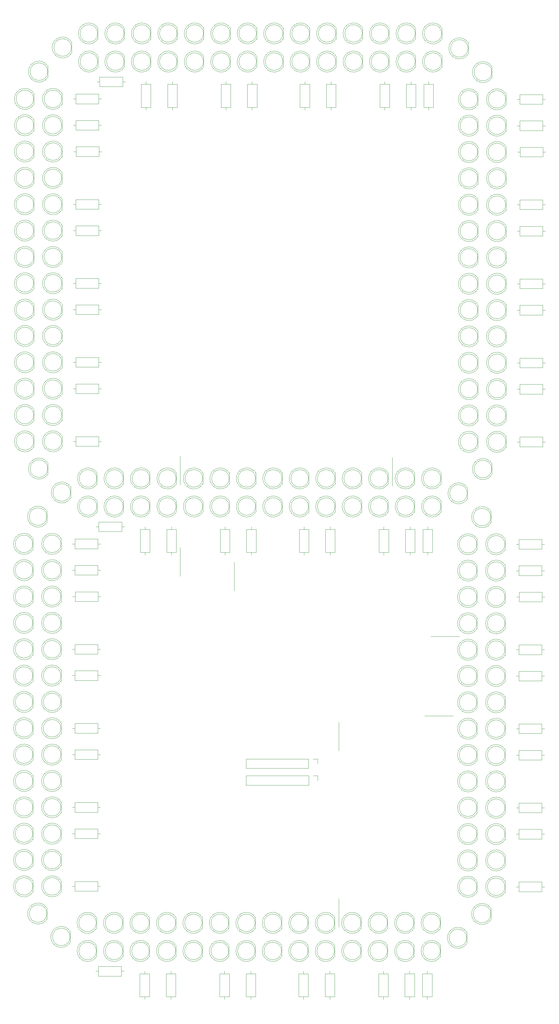
<source format=gto>
%TF.GenerationSoftware,KiCad,Pcbnew,(6.0.6)*%
%TF.CreationDate,2022-10-07T01:41:05+08:00*%
%TF.ProjectId,7SegmentDisplay_DualLine_NoDriver_10Inches(2),37536567-6d65-46e7-9444-6973706c6179,rev?*%
%TF.SameCoordinates,Original*%
%TF.FileFunction,Legend,Top*%
%TF.FilePolarity,Positive*%
%FSLAX46Y46*%
G04 Gerber Fmt 4.6, Leading zero omitted, Abs format (unit mm)*
G04 Created by KiCad (PCBNEW (6.0.6)) date 2022-10-07 01:41:05*
%MOMM*%
%LPD*%
G01*
G04 APERTURE LIST*
%ADD10C,0.150000*%
%ADD11C,0.120000*%
%ADD12R,1.800000X1.800000*%
%ADD13C,1.800000*%
%ADD14C,1.600000*%
%ADD15O,1.600000X1.600000*%
%ADD16R,1.700000X1.700000*%
%ADD17O,1.700000X1.700000*%
%ADD18C,1.400000*%
%ADD19O,1.400000X1.400000*%
%ADD20C,0.900000*%
%ADD21C,8.000000*%
G04 APERTURE END LIST*
D10*
%TO.C,*%
D11*
%TO.C,REF\u002A\u002A*%
X373315000Y-195487574D02*
X373315000Y-192397574D01*
X367765000Y-193942112D02*
G75*
G03*
X373315000Y-195487404I2990000J-462D01*
G01*
X373315000Y-192397744D02*
G75*
G03*
X367765000Y-193943036I-2560000J-1544830D01*
G01*
X373255000Y-193942574D02*
G75*
G03*
X373255000Y-193942574I-2500000J0D01*
G01*
X373450000Y-68965074D02*
X373450000Y-65875074D01*
X373450000Y-65875244D02*
G75*
G03*
X367900000Y-67420536I-2560000J-1544830D01*
G01*
X367900000Y-67419612D02*
G75*
G03*
X373450000Y-68964904I2990000J-462D01*
G01*
X373390000Y-67420074D02*
G75*
G03*
X373390000Y-67420074I-2500000J0D01*
G01*
X459814960Y39454932D02*
X459814960Y42544932D01*
X459814960Y42544762D02*
G75*
G03*
X454264960Y40999470I-2560000J-1544830D01*
G01*
X454264960Y41000394D02*
G75*
G03*
X459814960Y39455102I2990000J-462D01*
G01*
X459754960Y40999932D02*
G75*
G03*
X459754960Y40999932I-2500000J0D01*
G01*
X325065040Y-177090080D02*
X325065040Y-174000080D01*
X325065040Y-174000250D02*
G75*
G03*
X319515040Y-175545542I-2560000J-1544830D01*
G01*
X319515040Y-175544618D02*
G75*
G03*
X325065040Y-177089910I2990000J-462D01*
G01*
X325005040Y-175545080D02*
G75*
G03*
X325005040Y-175545080I-2500000J0D01*
G01*
X433635000Y-195487574D02*
X433635000Y-192397574D01*
X428085000Y-193942112D02*
G75*
G03*
X433635000Y-195487404I2990000J-462D01*
G01*
X433635000Y-192397744D02*
G75*
G03*
X428085000Y-193943036I-2560000J-1544830D01*
G01*
X433575000Y-193942574D02*
G75*
G03*
X433575000Y-193942574I-2500000J0D01*
G01*
X451814960Y-20545068D02*
X451814960Y-17455068D01*
X446264960Y-18999606D02*
G75*
G03*
X451814960Y-20544898I2990000J-462D01*
G01*
X451814960Y-17455238D02*
G75*
G03*
X446264960Y-19000530I-2560000J-1544830D01*
G01*
X451754960Y-19000068D02*
G75*
G03*
X451754960Y-19000068I-2500000J0D01*
G01*
X329065040Y-184840080D02*
X329065040Y-181750080D01*
X323515040Y-183294618D02*
G75*
G03*
X329065040Y-184839910I2990000J-462D01*
G01*
X329065040Y-181750250D02*
G75*
G03*
X323515040Y-183295542I-2560000J-1544830D01*
G01*
X329005040Y-183295080D02*
G75*
G03*
X329005040Y-183295080I-2500000J0D01*
G01*
X325065040Y-102090080D02*
X325065040Y-99000080D01*
X325065040Y-99000250D02*
G75*
G03*
X319515040Y-100545542I-2560000J-1544830D01*
G01*
X319515040Y-100544618D02*
G75*
G03*
X325065040Y-102089910I2990000J-462D01*
G01*
X325005040Y-100545080D02*
G75*
G03*
X325005040Y-100545080I-2500000J0D01*
G01*
X343770000Y-47505074D02*
X337230000Y-47505074D01*
X336460000Y-48875074D02*
X337230000Y-48875074D01*
X344540000Y-48875074D02*
X343770000Y-48875074D01*
X337230000Y-47505074D02*
X337230000Y-50245074D01*
X343770000Y-50245074D02*
X343770000Y-47505074D01*
X337230000Y-50245074D02*
X343770000Y-50245074D01*
X451565000Y-162215074D02*
X451565000Y-159125074D01*
X446015000Y-160669612D02*
G75*
G03*
X451565000Y-162214904I2990000J-462D01*
G01*
X451565000Y-159125244D02*
G75*
G03*
X446015000Y-160670536I-2560000J-1544830D01*
G01*
X451505000Y-160670074D02*
G75*
G03*
X451505000Y-160670074I-2500000J0D01*
G01*
X350215000Y-201062574D02*
X350215000Y-198322574D01*
X343675000Y-201062574D02*
X350215000Y-201062574D01*
X350985000Y-199692574D02*
X350215000Y-199692574D01*
X342905000Y-199692574D02*
X343675000Y-199692574D01*
X350215000Y-198322574D02*
X343675000Y-198322574D01*
X343675000Y-198322574D02*
X343675000Y-201062574D01*
X441559960Y57704932D02*
X441559960Y60794932D01*
X441559960Y60794762D02*
G75*
G03*
X436009960Y59249470I-2560000J-1544830D01*
G01*
X436009960Y59250394D02*
G75*
G03*
X441559960Y57705102I2990000J-462D01*
G01*
X441499960Y59249932D02*
G75*
G03*
X441499960Y59249932I-2500000J0D01*
G01*
X325315000Y-27920074D02*
X325315000Y-24830074D01*
X319765000Y-26374612D02*
G75*
G03*
X325315000Y-27919904I2990000J-462D01*
G01*
X325315000Y-24830244D02*
G75*
G03*
X319765000Y-26375536I-2560000J-1544830D01*
G01*
X325255000Y-26375074D02*
G75*
G03*
X325255000Y-26375074I-2500000J0D01*
G01*
X463480000Y-76800074D02*
X463480000Y-79540074D01*
X463480000Y-79540074D02*
X470020000Y-79540074D01*
X470020000Y-79540074D02*
X470020000Y-76800074D01*
X470020000Y-76800074D02*
X463480000Y-76800074D01*
X462710000Y-78170074D02*
X463480000Y-78170074D01*
X470790000Y-78170074D02*
X470020000Y-78170074D01*
X448830000Y-65215074D02*
X448830000Y-62125074D01*
X448830000Y-62125244D02*
G75*
G03*
X443280000Y-63670536I-2560000J-1544830D01*
G01*
X443280000Y-63669612D02*
G75*
G03*
X448830000Y-65214904I2990000J-462D01*
G01*
X448770000Y-63670074D02*
G75*
G03*
X448770000Y-63670074I-2500000J0D01*
G01*
X381239960Y65704932D02*
X381239960Y68794932D01*
X375689960Y67250394D02*
G75*
G03*
X381239960Y65705102I2990000J-462D01*
G01*
X381239960Y68794762D02*
G75*
G03*
X375689960Y67249470I-2560000J-1544830D01*
G01*
X381179960Y67249932D02*
G75*
G03*
X381179960Y67249932I-2500000J0D01*
G01*
X426095000Y-195487574D02*
X426095000Y-192397574D01*
X420545000Y-193942112D02*
G75*
G03*
X426095000Y-195487404I2990000J-462D01*
G01*
X426095000Y-192397744D02*
G75*
G03*
X420545000Y-193943036I-2560000J-1544830D01*
G01*
X426035000Y-193942574D02*
G75*
G03*
X426035000Y-193942574I-2500000J0D01*
G01*
X380990000Y-60965074D02*
X380990000Y-57875074D01*
X375440000Y-59419612D02*
G75*
G03*
X380990000Y-60964904I2990000J-462D01*
G01*
X380990000Y-57875244D02*
G75*
G03*
X375440000Y-59420536I-2560000J-1544830D01*
G01*
X380930000Y-59420074D02*
G75*
G03*
X380930000Y-59420074I-2500000J0D01*
G01*
X426095000Y-187487574D02*
X426095000Y-184397574D01*
X426095000Y-184397744D02*
G75*
G03*
X420545000Y-185943036I-2560000J-1544830D01*
G01*
X420545000Y-185942112D02*
G75*
G03*
X426095000Y-187487404I2990000J-462D01*
G01*
X426035000Y-185942574D02*
G75*
G03*
X426035000Y-185942574I-2500000J0D01*
G01*
X459814960Y31954932D02*
X459814960Y35044932D01*
X454264960Y33500394D02*
G75*
G03*
X459814960Y31955102I2990000J-462D01*
G01*
X459814960Y35044762D02*
G75*
G03*
X454264960Y33499470I-2560000J-1544830D01*
G01*
X459754960Y33499932D02*
G75*
G03*
X459754960Y33499932I-2500000J0D01*
G01*
X333065040Y-87090080D02*
X333065040Y-84000080D01*
X333065040Y-84000250D02*
G75*
G03*
X327515040Y-85545542I-2560000J-1544830D01*
G01*
X327515040Y-85544618D02*
G75*
G03*
X333065040Y-87089910I2990000J-462D01*
G01*
X333005040Y-85545080D02*
G75*
G03*
X333005040Y-85545080I-2500000J0D01*
G01*
X333065040Y-79590080D02*
X333065040Y-76500080D01*
X333065040Y-76500250D02*
G75*
G03*
X327515040Y-78045542I-2560000J-1544830D01*
G01*
X327515040Y-78044618D02*
G75*
G03*
X333065040Y-79589910I2990000J-462D01*
G01*
X333005040Y-78045080D02*
G75*
G03*
X333005040Y-78045080I-2500000J0D01*
G01*
X459565000Y-139715074D02*
X459565000Y-136625074D01*
X454015000Y-138169612D02*
G75*
G03*
X459565000Y-139714904I2990000J-462D01*
G01*
X459565000Y-136625244D02*
G75*
G03*
X454015000Y-138170536I-2560000J-1544830D01*
G01*
X459505000Y-138170074D02*
G75*
G03*
X459505000Y-138170074I-2500000J0D01*
G01*
X449079960Y61454932D02*
X449079960Y64544932D01*
X443529960Y63000394D02*
G75*
G03*
X449079960Y61455102I2990000J-462D01*
G01*
X449079960Y64544762D02*
G75*
G03*
X443529960Y62999470I-2560000J-1544830D01*
G01*
X449019960Y62999932D02*
G75*
G03*
X449019960Y62999932I-2500000J0D01*
G01*
X426230000Y-60965074D02*
X426230000Y-57875074D01*
X420680000Y-59419612D02*
G75*
G03*
X426230000Y-60964904I2990000J-462D01*
G01*
X426230000Y-57875244D02*
G75*
G03*
X420680000Y-59420536I-2560000J-1544830D01*
G01*
X426170000Y-59420074D02*
G75*
G03*
X426170000Y-59420074I-2500000J0D01*
G01*
X325065040Y-117090080D02*
X325065040Y-114000080D01*
X325065040Y-114000250D02*
G75*
G03*
X319515040Y-115545542I-2560000J-1544830D01*
G01*
X319515040Y-115544618D02*
G75*
G03*
X325065040Y-117089910I2990000J-462D01*
G01*
X325005040Y-115545080D02*
G75*
G03*
X325005040Y-115545080I-2500000J0D01*
G01*
X333315000Y-50420074D02*
X333315000Y-47330074D01*
X327765000Y-48874612D02*
G75*
G03*
X333315000Y-50419904I2990000J-462D01*
G01*
X333315000Y-47330244D02*
G75*
G03*
X327765000Y-48875536I-2560000J-1544830D01*
G01*
X333255000Y-48875074D02*
G75*
G03*
X333255000Y-48875074I-2500000J0D01*
G01*
X433635000Y-187487574D02*
X433635000Y-184397574D01*
X433635000Y-184397744D02*
G75*
G03*
X428085000Y-185943036I-2560000J-1544830D01*
G01*
X428085000Y-185942112D02*
G75*
G03*
X433635000Y-187487404I2990000J-462D01*
G01*
X433575000Y-185942574D02*
G75*
G03*
X433575000Y-185942574I-2500000J0D01*
G01*
X426479960Y57704932D02*
X426479960Y60794932D01*
X420929960Y59250394D02*
G75*
G03*
X426479960Y57705102I2990000J-462D01*
G01*
X426479960Y60794762D02*
G75*
G03*
X420929960Y59249470I-2560000J-1544830D01*
G01*
X426419960Y59249932D02*
G75*
G03*
X426419960Y59249932I-2500000J0D01*
G01*
X451814960Y-43045068D02*
X451814960Y-39955068D01*
X451814960Y-39955238D02*
G75*
G03*
X446264960Y-41500530I-2560000J-1544830D01*
G01*
X446264960Y-41499606D02*
G75*
G03*
X451814960Y-43044898I2990000J-462D01*
G01*
X451754960Y-41500068D02*
G75*
G03*
X451754960Y-41500068I-2500000J0D01*
G01*
X418939960Y57704932D02*
X418939960Y60794932D01*
X413389960Y59250394D02*
G75*
G03*
X418939960Y57705102I2990000J-462D01*
G01*
X418939960Y60794762D02*
G75*
G03*
X413389960Y59249470I-2560000J-1544830D01*
G01*
X418879960Y59249932D02*
G75*
G03*
X418879960Y59249932I-2500000J0D01*
G01*
X406170000Y-139270000D02*
X406170000Y-140600000D01*
X403570000Y-139270000D02*
X385730000Y-139270000D01*
X403570000Y-139270000D02*
X403570000Y-141930000D01*
X404840000Y-139270000D02*
X406170000Y-139270000D01*
X385730000Y-139270000D02*
X385730000Y-141930000D01*
X403570000Y-141930000D02*
X385730000Y-141930000D01*
X459814960Y-5545068D02*
X459814960Y-2455068D01*
X459814960Y-2455238D02*
G75*
G03*
X454264960Y-4000530I-2560000J-1544830D01*
G01*
X454264960Y-3999606D02*
G75*
G03*
X459814960Y-5544898I2990000J-462D01*
G01*
X459754960Y-4000068D02*
G75*
G03*
X459754960Y-4000068I-2500000J0D01*
G01*
X388530000Y-68965074D02*
X388530000Y-65875074D01*
X388530000Y-65875244D02*
G75*
G03*
X382980000Y-67420536I-2560000J-1544830D01*
G01*
X382980000Y-67419612D02*
G75*
G03*
X388530000Y-68964904I2990000J-462D01*
G01*
X388470000Y-67420074D02*
G75*
G03*
X388470000Y-67420074I-2500000J0D01*
G01*
X441175000Y-187487574D02*
X441175000Y-184397574D01*
X441175000Y-184397744D02*
G75*
G03*
X435625000Y-185943036I-2560000J-1544830D01*
G01*
X435625000Y-185942112D02*
G75*
G03*
X441175000Y-187487404I2990000J-462D01*
G01*
X441115000Y-185942574D02*
G75*
G03*
X441115000Y-185942574I-2500000J0D01*
G01*
X426370000Y-73900074D02*
X423630000Y-73900074D01*
X425000000Y-73130074D02*
X425000000Y-73900074D01*
X423630000Y-73900074D02*
X423630000Y-80440074D01*
X425000000Y-81210074D02*
X425000000Y-80440074D01*
X423630000Y-80440074D02*
X426370000Y-80440074D01*
X426370000Y-80440074D02*
X426370000Y-73900074D01*
X470269960Y-25130068D02*
X463729960Y-25130068D01*
X470269960Y-27870068D02*
X470269960Y-25130068D01*
X462959960Y-26500068D02*
X463729960Y-26500068D01*
X463729960Y-25130068D02*
X463729960Y-27870068D01*
X471039960Y-26500068D02*
X470269960Y-26500068D01*
X463729960Y-27870068D02*
X470269960Y-27870068D01*
X451814960Y-28045068D02*
X451814960Y-24955068D01*
X446264960Y-26499606D02*
G75*
G03*
X451814960Y-28044898I2990000J-462D01*
G01*
X451814960Y-24955238D02*
G75*
G03*
X446264960Y-26500530I-2560000J-1544830D01*
G01*
X451754960Y-26500068D02*
G75*
G03*
X451754960Y-26500068I-2500000J0D01*
G01*
X455814960Y54704932D02*
X455814960Y57794932D01*
X450264960Y56250394D02*
G75*
G03*
X455814960Y54705102I2990000J-462D01*
G01*
X455814960Y57794762D02*
G75*
G03*
X450264960Y56249470I-2560000J-1544830D01*
G01*
X455754960Y56249932D02*
G75*
G03*
X455754960Y56249932I-2500000J0D01*
G01*
X373699960Y65704932D02*
X373699960Y68794932D01*
X373699960Y68794762D02*
G75*
G03*
X368149960Y67249470I-2560000J-1544830D01*
G01*
X368149960Y67250394D02*
G75*
G03*
X373699960Y65705102I2990000J-462D01*
G01*
X373639960Y67249932D02*
G75*
G03*
X373639960Y67249932I-2500000J0D01*
G01*
X333065040Y-147090080D02*
X333065040Y-144000080D01*
X333065040Y-144000250D02*
G75*
G03*
X327515040Y-145545542I-2560000J-1544830D01*
G01*
X327515040Y-145544618D02*
G75*
G03*
X333065040Y-147089910I2990000J-462D01*
G01*
X333005040Y-145545080D02*
G75*
G03*
X333005040Y-145545080I-2500000J0D01*
G01*
X367000000Y-61214000D02*
X367000000Y-53086000D01*
X325065040Y-162090080D02*
X325065040Y-159000080D01*
X325065040Y-159000250D02*
G75*
G03*
X319515040Y-160545542I-2560000J-1544830D01*
G01*
X319515040Y-160544618D02*
G75*
G03*
X325065040Y-162089910I2990000J-462D01*
G01*
X325005040Y-160545080D02*
G75*
G03*
X325005040Y-160545080I-2500000J0D01*
G01*
X451814960Y46954932D02*
X451814960Y50044932D01*
X446264960Y48500394D02*
G75*
G03*
X451814960Y46955102I2990000J-462D01*
G01*
X451814960Y50044762D02*
G75*
G03*
X446264960Y48499470I-2560000J-1544830D01*
G01*
X451754960Y48499932D02*
G75*
G03*
X451754960Y48499932I-2500000J0D01*
G01*
X343520040Y-79415080D02*
X343520040Y-76675080D01*
X344290040Y-78045080D02*
X343520040Y-78045080D01*
X336980040Y-79415080D02*
X343520040Y-79415080D01*
X343520040Y-76675080D02*
X336980040Y-76675080D01*
X336210040Y-78045080D02*
X336980040Y-78045080D01*
X336980040Y-76675080D02*
X336980040Y-79415080D01*
X385745000Y-200422574D02*
X385745000Y-206962574D01*
X387115000Y-207732574D02*
X387115000Y-206962574D01*
X385745000Y-206962574D02*
X388485000Y-206962574D01*
X387115000Y-199652574D02*
X387115000Y-200422574D01*
X388485000Y-200422574D02*
X385745000Y-200422574D01*
X388485000Y-206962574D02*
X388485000Y-200422574D01*
X333065040Y-124590080D02*
X333065040Y-121500080D01*
X333065040Y-121500250D02*
G75*
G03*
X327515040Y-123045542I-2560000J-1544830D01*
G01*
X327515040Y-123044618D02*
G75*
G03*
X333065040Y-124589910I2990000J-462D01*
G01*
X333005040Y-123045080D02*
G75*
G03*
X333005040Y-123045080I-2500000J0D01*
G01*
X366159960Y65704932D02*
X366159960Y68794932D01*
X366159960Y68794762D02*
G75*
G03*
X360609960Y67249470I-2560000J-1544830D01*
G01*
X360609960Y67250394D02*
G75*
G03*
X366159960Y65705102I2990000J-462D01*
G01*
X366099960Y67249932D02*
G75*
G03*
X366099960Y67249932I-2500000J0D01*
G01*
X395935000Y-195487574D02*
X395935000Y-192397574D01*
X390385000Y-193942112D02*
G75*
G03*
X395935000Y-195487404I2990000J-462D01*
G01*
X395935000Y-192397744D02*
G75*
G03*
X390385000Y-193943036I-2560000J-1544830D01*
G01*
X395875000Y-193942574D02*
G75*
G03*
X395875000Y-193942574I-2500000J0D01*
G01*
X451814960Y-13045068D02*
X451814960Y-9955068D01*
X451814960Y-9955238D02*
G75*
G03*
X446264960Y-11500530I-2560000J-1544830D01*
G01*
X446264960Y-11499606D02*
G75*
G03*
X451814960Y-13044898I2990000J-462D01*
G01*
X451754960Y-11500068D02*
G75*
G03*
X451754960Y-11500068I-2500000J0D01*
G01*
X333315000Y2079926D02*
X333315000Y5169926D01*
X327765000Y3625388D02*
G75*
G03*
X333315000Y2080096I2990000J-462D01*
G01*
X333315000Y5169756D02*
G75*
G03*
X327765000Y3624464I-2560000J-1544830D01*
G01*
X333255000Y3624926D02*
G75*
G03*
X333255000Y3624926I-2500000J0D01*
G01*
X388869960Y52769932D02*
X386129960Y52769932D01*
X387499960Y53539932D02*
X387499960Y52769932D01*
X387499960Y45459932D02*
X387499960Y46229932D01*
X386129960Y46229932D02*
X388869960Y46229932D01*
X388869960Y46229932D02*
X388869960Y52769932D01*
X386129960Y52769932D02*
X386129960Y46229932D01*
X343770000Y39754926D02*
X343770000Y42494926D01*
X344540000Y41124926D02*
X343770000Y41124926D01*
X337230000Y39754926D02*
X343770000Y39754926D01*
X336460000Y41124926D02*
X337230000Y41124926D01*
X343770000Y42494926D02*
X337230000Y42494926D01*
X337230000Y42494926D02*
X337230000Y39754926D01*
X438735000Y-206962574D02*
X438735000Y-200422574D01*
X438735000Y-200422574D02*
X435995000Y-200422574D01*
X437365000Y-207732574D02*
X437365000Y-206962574D01*
X435995000Y-206962574D02*
X438735000Y-206962574D01*
X437365000Y-199652574D02*
X437365000Y-200422574D01*
X435995000Y-200422574D02*
X435995000Y-206962574D01*
X459814960Y24454932D02*
X459814960Y27544932D01*
X459814960Y27544762D02*
G75*
G03*
X454264960Y25999470I-2560000J-1544830D01*
G01*
X454264960Y26000394D02*
G75*
G03*
X459814960Y24455102I2990000J-462D01*
G01*
X459754960Y25999932D02*
G75*
G03*
X459754960Y25999932I-2500000J0D01*
G01*
X444784000Y-127000000D02*
X436656000Y-127000000D01*
X433770000Y-60965074D02*
X433770000Y-57875074D01*
X428220000Y-59419612D02*
G75*
G03*
X433770000Y-60964904I2990000J-462D01*
G01*
X433770000Y-57875244D02*
G75*
G03*
X428220000Y-59420536I-2560000J-1544830D01*
G01*
X433710000Y-59420074D02*
G75*
G03*
X433710000Y-59420074I-2500000J0D01*
G01*
X396319960Y65704932D02*
X396319960Y68794932D01*
X396319960Y68794762D02*
G75*
G03*
X390769960Y67249470I-2560000J-1544830D01*
G01*
X390769960Y67250394D02*
G75*
G03*
X396319960Y65705102I2990000J-462D01*
G01*
X396259960Y67249932D02*
G75*
G03*
X396259960Y67249932I-2500000J0D01*
G01*
X418555000Y-195487574D02*
X418555000Y-192397574D01*
X413005000Y-193942112D02*
G75*
G03*
X418555000Y-195487404I2990000J-462D01*
G01*
X418555000Y-192397744D02*
G75*
G03*
X413005000Y-193943036I-2560000J-1544830D01*
G01*
X418495000Y-193942574D02*
G75*
G03*
X418495000Y-193942574I-2500000J0D01*
G01*
X470269960Y47129932D02*
X470269960Y49869932D01*
X470269960Y49869932D02*
X463729960Y49869932D01*
X463729960Y49869932D02*
X463729960Y47129932D01*
X471039960Y48499932D02*
X470269960Y48499932D01*
X463729960Y47129932D02*
X470269960Y47129932D01*
X462959960Y48499932D02*
X463729960Y48499932D01*
X344290040Y-108045080D02*
X343520040Y-108045080D01*
X336210040Y-108045080D02*
X336980040Y-108045080D01*
X336980040Y-109415080D02*
X343520040Y-109415080D01*
X336980040Y-106675080D02*
X336980040Y-109415080D01*
X343520040Y-106675080D02*
X336980040Y-106675080D01*
X343520040Y-109415080D02*
X343520040Y-106675080D01*
X451814960Y1954932D02*
X451814960Y5044932D01*
X446264960Y3500394D02*
G75*
G03*
X451814960Y1955102I2990000J-462D01*
G01*
X451814960Y5044762D02*
G75*
G03*
X446264960Y3499470I-2560000J-1544830D01*
G01*
X451754960Y3499932D02*
G75*
G03*
X451754960Y3499932I-2500000J0D01*
G01*
X412200000Y-128786000D02*
X412200000Y-136914000D01*
X382400000Y-91414000D02*
X382400000Y-83286000D01*
X451814960Y-35545068D02*
X451814960Y-32455068D01*
X451814960Y-32455238D02*
G75*
G03*
X446264960Y-34000530I-2560000J-1544830D01*
G01*
X446264960Y-33999606D02*
G75*
G03*
X451814960Y-35544898I2990000J-462D01*
G01*
X451754960Y-34000068D02*
G75*
G03*
X451754960Y-34000068I-2500000J0D01*
G01*
X451565000Y-94715074D02*
X451565000Y-91625074D01*
X446015000Y-93169612D02*
G75*
G03*
X451565000Y-94714904I2990000J-462D01*
G01*
X451565000Y-91625244D02*
G75*
G03*
X446015000Y-93170536I-2560000J-1544830D01*
G01*
X451505000Y-93170074D02*
G75*
G03*
X451505000Y-93170074I-2500000J0D01*
G01*
X396070000Y-68965074D02*
X396070000Y-65875074D01*
X396070000Y-65875244D02*
G75*
G03*
X390520000Y-67420536I-2560000J-1544830D01*
G01*
X390520000Y-67419612D02*
G75*
G03*
X396070000Y-68964904I2990000J-462D01*
G01*
X396010000Y-67420074D02*
G75*
G03*
X396010000Y-67420074I-2500000J0D01*
G01*
X333065040Y-117090080D02*
X333065040Y-114000080D01*
X327515040Y-115544618D02*
G75*
G03*
X333065040Y-117089910I2990000J-462D01*
G01*
X333065040Y-114000250D02*
G75*
G03*
X327515040Y-115545542I-2560000J-1544830D01*
G01*
X333005040Y-115545080D02*
G75*
G03*
X333005040Y-115545080I-2500000J0D01*
G01*
X325315000Y-5420074D02*
X325315000Y-2330074D01*
X319765000Y-3874612D02*
G75*
G03*
X325315000Y-5419904I2990000J-462D01*
G01*
X325315000Y-2330244D02*
G75*
G03*
X319765000Y-3875536I-2560000J-1544830D01*
G01*
X325255000Y-3875074D02*
G75*
G03*
X325255000Y-3875074I-2500000J0D01*
G01*
X333315000Y-20420074D02*
X333315000Y-17330074D01*
X333315000Y-17330244D02*
G75*
G03*
X327765000Y-18875536I-2560000J-1544830D01*
G01*
X327765000Y-18874612D02*
G75*
G03*
X333315000Y-20419904I2990000J-462D01*
G01*
X333255000Y-18875074D02*
G75*
G03*
X333255000Y-18875074I-2500000J0D01*
G01*
X333315000Y-42920074D02*
X333315000Y-39830074D01*
X327765000Y-41374612D02*
G75*
G03*
X333315000Y-42919904I2990000J-462D01*
G01*
X333315000Y-39830244D02*
G75*
G03*
X327765000Y-41375536I-2560000J-1544830D01*
G01*
X333255000Y-41375074D02*
G75*
G03*
X333255000Y-41375074I-2500000J0D01*
G01*
X451565000Y-109715074D02*
X451565000Y-106625074D01*
X446015000Y-108169612D02*
G75*
G03*
X451565000Y-109714904I2990000J-462D01*
G01*
X451565000Y-106625244D02*
G75*
G03*
X446015000Y-108170536I-2560000J-1544830D01*
G01*
X451505000Y-108170074D02*
G75*
G03*
X451505000Y-108170074I-2500000J0D01*
G01*
X459565000Y-177215074D02*
X459565000Y-174125074D01*
X454015000Y-175669612D02*
G75*
G03*
X459565000Y-177214904I2990000J-462D01*
G01*
X459565000Y-174125244D02*
G75*
G03*
X454015000Y-175670536I-2560000J-1544830D01*
G01*
X459505000Y-175670074D02*
G75*
G03*
X459505000Y-175670074I-2500000J0D01*
G01*
X388395000Y-195487574D02*
X388395000Y-192397574D01*
X382845000Y-193942112D02*
G75*
G03*
X388395000Y-195487404I2990000J-462D01*
G01*
X388395000Y-192397744D02*
G75*
G03*
X382845000Y-193943036I-2560000J-1544830D01*
G01*
X388335000Y-193942574D02*
G75*
G03*
X388335000Y-193942574I-2500000J0D01*
G01*
X388530000Y-60965074D02*
X388530000Y-57875074D01*
X382980000Y-59419612D02*
G75*
G03*
X388530000Y-60964904I2990000J-462D01*
G01*
X388530000Y-57875244D02*
G75*
G03*
X382980000Y-59420536I-2560000J-1544830D01*
G01*
X388470000Y-59420074D02*
G75*
G03*
X388470000Y-59420074I-2500000J0D01*
G01*
X441175000Y-195487574D02*
X441175000Y-192397574D01*
X435625000Y-193942112D02*
G75*
G03*
X441175000Y-195487404I2990000J-462D01*
G01*
X441175000Y-192397744D02*
G75*
G03*
X435625000Y-193943036I-2560000J-1544830D01*
G01*
X441115000Y-193942574D02*
G75*
G03*
X441115000Y-193942574I-2500000J0D01*
G01*
X459565000Y-94715074D02*
X459565000Y-91625074D01*
X459565000Y-91625244D02*
G75*
G03*
X454015000Y-93170536I-2560000J-1544830D01*
G01*
X454015000Y-93169612D02*
G75*
G03*
X459565000Y-94714904I2990000J-462D01*
G01*
X459505000Y-93170074D02*
G75*
G03*
X459505000Y-93170074I-2500000J0D01*
G01*
X451814960Y24454932D02*
X451814960Y27544932D01*
X451814960Y27544762D02*
G75*
G03*
X446264960Y25999470I-2560000J-1544830D01*
G01*
X446264960Y26000394D02*
G75*
G03*
X451814960Y24455102I2990000J-462D01*
G01*
X451754960Y25999932D02*
G75*
G03*
X451754960Y25999932I-2500000J0D01*
G01*
X411015000Y-187487574D02*
X411015000Y-184397574D01*
X411015000Y-184397744D02*
G75*
G03*
X405465000Y-185943036I-2560000J-1544830D01*
G01*
X405465000Y-185942112D02*
G75*
G03*
X411015000Y-187487404I2990000J-462D01*
G01*
X410955000Y-185942574D02*
G75*
G03*
X410955000Y-185942574I-2500000J0D01*
G01*
X411399960Y65704932D02*
X411399960Y68794932D01*
X405849960Y67250394D02*
G75*
G03*
X411399960Y65705102I2990000J-462D01*
G01*
X411399960Y68794762D02*
G75*
G03*
X405849960Y67249470I-2560000J-1544830D01*
G01*
X411339960Y67249932D02*
G75*
G03*
X411339960Y67249932I-2500000J0D01*
G01*
X325315000Y39579926D02*
X325315000Y42669926D01*
X319765000Y41125388D02*
G75*
G03*
X325315000Y39580096I2990000J-462D01*
G01*
X325315000Y42669756D02*
G75*
G03*
X319765000Y41124464I-2560000J-1544830D01*
G01*
X325255000Y41124926D02*
G75*
G03*
X325255000Y41124926I-2500000J0D01*
G01*
X471039960Y-34000068D02*
X470269960Y-34000068D01*
X470269960Y-35370068D02*
X470269960Y-32630068D01*
X470269960Y-32630068D02*
X463729960Y-32630068D01*
X463729960Y-32630068D02*
X463729960Y-35370068D01*
X462959960Y-34000068D02*
X463729960Y-34000068D01*
X463729960Y-35370068D02*
X470269960Y-35370068D01*
X433770000Y-68965074D02*
X433770000Y-65875074D01*
X433770000Y-65875244D02*
G75*
G03*
X428220000Y-67420536I-2560000J-1544830D01*
G01*
X428220000Y-67419612D02*
G75*
G03*
X433770000Y-68964904I2990000J-462D01*
G01*
X433710000Y-67420074D02*
G75*
G03*
X433710000Y-67420074I-2500000J0D01*
G01*
X463729960Y42369932D02*
X463729960Y39629932D01*
X471039960Y40999932D02*
X470269960Y40999932D01*
X463729960Y39629932D02*
X470269960Y39629932D01*
X470269960Y42369932D02*
X463729960Y42369932D01*
X470269960Y39629932D02*
X470269960Y42369932D01*
X462959960Y40999932D02*
X463729960Y40999932D01*
X426479960Y65704932D02*
X426479960Y68794932D01*
X420929960Y67250394D02*
G75*
G03*
X426479960Y65705102I2990000J-462D01*
G01*
X426479960Y68794762D02*
G75*
G03*
X420929960Y67249470I-2560000J-1544830D01*
G01*
X426419960Y67249932D02*
G75*
G03*
X426419960Y67249932I-2500000J0D01*
G01*
X470269960Y-2630068D02*
X463729960Y-2630068D01*
X462959960Y-4000068D02*
X463729960Y-4000068D01*
X463729960Y-2630068D02*
X463729960Y-5370068D01*
X471039960Y-4000068D02*
X470269960Y-4000068D01*
X463729960Y-5370068D02*
X470269960Y-5370068D01*
X470269960Y-5370068D02*
X470269960Y-2630068D01*
X325315000Y2079926D02*
X325315000Y5169926D01*
X319765000Y3625388D02*
G75*
G03*
X325315000Y2080096I2990000J-462D01*
G01*
X325315000Y5169756D02*
G75*
G03*
X319765000Y3624464I-2560000J-1544830D01*
G01*
X325255000Y3624926D02*
G75*
G03*
X325255000Y3624926I-2500000J0D01*
G01*
X325315000Y17079926D02*
X325315000Y20169926D01*
X325315000Y20169756D02*
G75*
G03*
X319765000Y18624464I-2560000J-1544830D01*
G01*
X319765000Y18625388D02*
G75*
G03*
X325315000Y17080096I2990000J-462D01*
G01*
X325255000Y18624926D02*
G75*
G03*
X325255000Y18624926I-2500000J0D01*
G01*
X451565000Y-102215074D02*
X451565000Y-99125074D01*
X446015000Y-100669612D02*
G75*
G03*
X451565000Y-102214904I2990000J-462D01*
G01*
X451565000Y-99125244D02*
G75*
G03*
X446015000Y-100670536I-2560000J-1544830D01*
G01*
X451505000Y-100670074D02*
G75*
G03*
X451505000Y-100670074I-2500000J0D01*
G01*
X362995000Y-206962574D02*
X365735000Y-206962574D01*
X365735000Y-200422574D02*
X362995000Y-200422574D01*
X365735000Y-206962574D02*
X365735000Y-200422574D01*
X364365000Y-207732574D02*
X364365000Y-206962574D01*
X362995000Y-200422574D02*
X362995000Y-206962574D01*
X364365000Y-199652574D02*
X364365000Y-200422574D01*
X470790000Y-115670074D02*
X470020000Y-115670074D01*
X470020000Y-117040074D02*
X470020000Y-114300074D01*
X470020000Y-114300074D02*
X463480000Y-114300074D01*
X463480000Y-117040074D02*
X470020000Y-117040074D01*
X462710000Y-115670074D02*
X463480000Y-115670074D01*
X463480000Y-114300074D02*
X463480000Y-117040074D01*
X343155000Y-187487574D02*
X343155000Y-184397574D01*
X337605000Y-185942112D02*
G75*
G03*
X343155000Y-187487404I2990000J-462D01*
G01*
X343155000Y-184397744D02*
G75*
G03*
X337605000Y-185943036I-2560000J-1544830D01*
G01*
X343095000Y-185942574D02*
G75*
G03*
X343095000Y-185942574I-2500000J0D01*
G01*
X358235000Y-195487574D02*
X358235000Y-192397574D01*
X358235000Y-192397744D02*
G75*
G03*
X352685000Y-193943036I-2560000J-1544830D01*
G01*
X352685000Y-193942112D02*
G75*
G03*
X358235000Y-195487404I2990000J-462D01*
G01*
X358175000Y-193942574D02*
G75*
G03*
X358175000Y-193942574I-2500000J0D01*
G01*
X381239960Y57704932D02*
X381239960Y60794932D01*
X381239960Y60794762D02*
G75*
G03*
X375689960Y59249470I-2560000J-1544830D01*
G01*
X375689960Y59250394D02*
G75*
G03*
X381239960Y57705102I2990000J-462D01*
G01*
X381179960Y59249932D02*
G75*
G03*
X381179960Y59249932I-2500000J0D01*
G01*
X441310000Y-68965074D02*
X441310000Y-65875074D01*
X435760000Y-67419612D02*
G75*
G03*
X441310000Y-68964904I2990000J-462D01*
G01*
X441310000Y-65875244D02*
G75*
G03*
X435760000Y-67420536I-2560000J-1544830D01*
G01*
X441250000Y-67420074D02*
G75*
G03*
X441250000Y-67420074I-2500000J0D01*
G01*
X459814960Y-35545068D02*
X459814960Y-32455068D01*
X454264960Y-33999606D02*
G75*
G03*
X459814960Y-35544898I2990000J-462D01*
G01*
X459814960Y-32455238D02*
G75*
G03*
X454264960Y-34000530I-2560000J-1544830D01*
G01*
X459754960Y-34000068D02*
G75*
G03*
X459754960Y-34000068I-2500000J0D01*
G01*
X329315000Y54829926D02*
X329315000Y57919926D01*
X329315000Y57919756D02*
G75*
G03*
X323765000Y56374464I-2560000J-1544830D01*
G01*
X323765000Y56375388D02*
G75*
G03*
X329315000Y54830096I2990000J-462D01*
G01*
X329255000Y56374926D02*
G75*
G03*
X329255000Y56374926I-2500000J0D01*
G01*
X470100000Y-91800074D02*
X463560000Y-91800074D01*
X463560000Y-91800074D02*
X463560000Y-94540074D01*
X463560000Y-94540074D02*
X470100000Y-94540074D01*
X462790000Y-93170074D02*
X463560000Y-93170074D01*
X470870000Y-93170074D02*
X470100000Y-93170074D01*
X470100000Y-94540074D02*
X470100000Y-91800074D01*
X411150000Y-60965074D02*
X411150000Y-57875074D01*
X405600000Y-59419612D02*
G75*
G03*
X411150000Y-60964904I2990000J-462D01*
G01*
X411150000Y-57875244D02*
G75*
G03*
X405600000Y-59420536I-2560000J-1544830D01*
G01*
X411090000Y-59420074D02*
G75*
G03*
X411090000Y-59420074I-2500000J0D01*
G01*
X462959960Y-11500068D02*
X463729960Y-11500068D01*
X463729960Y-12870068D02*
X470269960Y-12870068D01*
X471039960Y-11500068D02*
X470269960Y-11500068D01*
X470269960Y-12870068D02*
X470269960Y-10130068D01*
X463729960Y-10130068D02*
X463729960Y-12870068D01*
X470269960Y-10130068D02*
X463729960Y-10130068D01*
X451565000Y-147215074D02*
X451565000Y-144125074D01*
X451565000Y-144125244D02*
G75*
G03*
X446015000Y-145670536I-2560000J-1544830D01*
G01*
X446015000Y-145669612D02*
G75*
G03*
X451565000Y-147214904I2990000J-462D01*
G01*
X451505000Y-145670074D02*
G75*
G03*
X451505000Y-145670074I-2500000J0D01*
G01*
X441310000Y-60965074D02*
X441310000Y-57875074D01*
X441310000Y-57875244D02*
G75*
G03*
X435760000Y-59420536I-2560000J-1544830D01*
G01*
X435760000Y-59419612D02*
G75*
G03*
X441310000Y-60964904I2990000J-462D01*
G01*
X441250000Y-59420074D02*
G75*
G03*
X441250000Y-59420074I-2500000J0D01*
G01*
X333065040Y-177090080D02*
X333065040Y-174000080D01*
X327515040Y-175544618D02*
G75*
G03*
X333065040Y-177089910I2990000J-462D01*
G01*
X333065040Y-174000250D02*
G75*
G03*
X327515040Y-175545542I-2560000J-1544830D01*
G01*
X333005040Y-175545080D02*
G75*
G03*
X333005040Y-175545080I-2500000J0D01*
G01*
X470020000Y-109540074D02*
X470020000Y-106800074D01*
X470790000Y-108170074D02*
X470020000Y-108170074D01*
X463480000Y-109540074D02*
X470020000Y-109540074D01*
X470020000Y-106800074D02*
X463480000Y-106800074D01*
X462710000Y-108170074D02*
X463480000Y-108170074D01*
X463480000Y-106800074D02*
X463480000Y-109540074D01*
X463729960Y19869932D02*
X463729960Y17129932D01*
X470269960Y17129932D02*
X470269960Y19869932D01*
X470269960Y19869932D02*
X463729960Y19869932D01*
X471039960Y18499932D02*
X470269960Y18499932D01*
X463729960Y17129932D02*
X470269960Y17129932D01*
X462959960Y18499932D02*
X463729960Y18499932D01*
X451565000Y-124715074D02*
X451565000Y-121625074D01*
X451565000Y-121625244D02*
G75*
G03*
X446015000Y-123170536I-2560000J-1544830D01*
G01*
X446015000Y-123169612D02*
G75*
G03*
X451565000Y-124714904I2990000J-462D01*
G01*
X451505000Y-123170074D02*
G75*
G03*
X451505000Y-123170074I-2500000J0D01*
G01*
X395935000Y-187487574D02*
X395935000Y-184397574D01*
X390385000Y-185942112D02*
G75*
G03*
X395935000Y-187487404I2990000J-462D01*
G01*
X395935000Y-184397744D02*
G75*
G03*
X390385000Y-185943036I-2560000J-1544830D01*
G01*
X395875000Y-185942574D02*
G75*
G03*
X395875000Y-185942574I-2500000J0D01*
G01*
X333315000Y39579926D02*
X333315000Y42669926D01*
X327765000Y41125388D02*
G75*
G03*
X333315000Y39580096I2990000J-462D01*
G01*
X333315000Y42669756D02*
G75*
G03*
X327765000Y41124464I-2560000J-1544830D01*
G01*
X333255000Y41124926D02*
G75*
G03*
X333255000Y41124926I-2500000J0D01*
G01*
X462710000Y-130670074D02*
X463480000Y-130670074D01*
X463480000Y-132040074D02*
X470020000Y-132040074D01*
X463480000Y-129300074D02*
X463480000Y-132040074D01*
X470020000Y-132040074D02*
X470020000Y-129300074D01*
X470020000Y-129300074D02*
X463480000Y-129300074D01*
X470790000Y-130670074D02*
X470020000Y-130670074D01*
X459814960Y1954932D02*
X459814960Y5044932D01*
X459814960Y5044762D02*
G75*
G03*
X454264960Y3499470I-2560000J-1544830D01*
G01*
X454264960Y3500394D02*
G75*
G03*
X459814960Y1955102I2990000J-462D01*
G01*
X459754960Y3499932D02*
G75*
G03*
X459754960Y3499932I-2500000J0D01*
G01*
X451565000Y-139715074D02*
X451565000Y-136625074D01*
X446015000Y-138169612D02*
G75*
G03*
X451565000Y-139714904I2990000J-462D01*
G01*
X451565000Y-136625244D02*
G75*
G03*
X446015000Y-138170536I-2560000J-1544830D01*
G01*
X451505000Y-138170074D02*
G75*
G03*
X451505000Y-138170074I-2500000J0D01*
G01*
X409615000Y-207732574D02*
X409615000Y-206962574D01*
X410985000Y-200422574D02*
X408245000Y-200422574D01*
X409615000Y-199652574D02*
X409615000Y-200422574D01*
X410985000Y-206962574D02*
X410985000Y-200422574D01*
X408245000Y-206962574D02*
X410985000Y-206962574D01*
X408245000Y-200422574D02*
X408245000Y-206962574D01*
X403859960Y65704932D02*
X403859960Y68794932D01*
X398309960Y67250394D02*
G75*
G03*
X403859960Y65705102I2990000J-462D01*
G01*
X403859960Y68794762D02*
G75*
G03*
X398309960Y67249470I-2560000J-1544830D01*
G01*
X403799960Y67249932D02*
G75*
G03*
X403799960Y67249932I-2500000J0D01*
G01*
X459814960Y16954932D02*
X459814960Y20044932D01*
X459814960Y20044762D02*
G75*
G03*
X454264960Y18499470I-2560000J-1544830D01*
G01*
X454264960Y18500394D02*
G75*
G03*
X459814960Y16955102I2990000J-462D01*
G01*
X459754960Y18499932D02*
G75*
G03*
X459754960Y18499932I-2500000J0D01*
G01*
X333315000Y24579926D02*
X333315000Y27669926D01*
X333315000Y27669756D02*
G75*
G03*
X327765000Y26124464I-2560000J-1544830D01*
G01*
X327765000Y26125388D02*
G75*
G03*
X333315000Y24580096I2990000J-462D01*
G01*
X333255000Y26124926D02*
G75*
G03*
X333255000Y26124926I-2500000J0D01*
G01*
X378245000Y-200422574D02*
X378245000Y-206962574D01*
X379615000Y-199652574D02*
X379615000Y-200422574D01*
X380985000Y-200422574D02*
X378245000Y-200422574D01*
X380985000Y-206962574D02*
X380985000Y-200422574D01*
X379615000Y-207732574D02*
X379615000Y-206962574D01*
X378245000Y-206962574D02*
X380985000Y-206962574D01*
X333315000Y9579926D02*
X333315000Y12669926D01*
X333315000Y12669756D02*
G75*
G03*
X327765000Y11124464I-2560000J-1544830D01*
G01*
X327765000Y11125388D02*
G75*
G03*
X333315000Y9580096I2990000J-462D01*
G01*
X333255000Y11124926D02*
G75*
G03*
X333255000Y11124926I-2500000J0D01*
G01*
X333315000Y32079926D02*
X333315000Y35169926D01*
X327765000Y33625388D02*
G75*
G03*
X333315000Y32080096I2990000J-462D01*
G01*
X333315000Y35169756D02*
G75*
G03*
X327765000Y33624464I-2560000J-1544830D01*
G01*
X333255000Y33624926D02*
G75*
G03*
X333255000Y33624926I-2500000J0D01*
G01*
X373699960Y57704932D02*
X373699960Y60794932D01*
X373699960Y60794762D02*
G75*
G03*
X368149960Y59249470I-2560000J-1544830D01*
G01*
X368149960Y59250394D02*
G75*
G03*
X373699960Y57705102I2990000J-462D01*
G01*
X373639960Y59249932D02*
G75*
G03*
X373639960Y59249932I-2500000J0D01*
G01*
X459814960Y-28045068D02*
X459814960Y-24955068D01*
X459814960Y-24955238D02*
G75*
G03*
X454264960Y-26500530I-2560000J-1544830D01*
G01*
X454264960Y-26499606D02*
G75*
G03*
X459814960Y-28044898I2990000J-462D01*
G01*
X459754960Y-26500068D02*
G75*
G03*
X459754960Y-26500068I-2500000J0D01*
G01*
X333315000Y-27920074D02*
X333315000Y-24830074D01*
X333315000Y-24830244D02*
G75*
G03*
X327765000Y-26375536I-2560000J-1544830D01*
G01*
X327765000Y-26374612D02*
G75*
G03*
X333315000Y-27919904I2990000J-462D01*
G01*
X333255000Y-26375074D02*
G75*
G03*
X333255000Y-26375074I-2500000J0D01*
G01*
X380855000Y-187487574D02*
X380855000Y-184397574D01*
X375305000Y-185942112D02*
G75*
G03*
X380855000Y-187487404I2990000J-462D01*
G01*
X380855000Y-184397744D02*
G75*
G03*
X375305000Y-185943036I-2560000J-1544830D01*
G01*
X380795000Y-185942574D02*
G75*
G03*
X380795000Y-185942574I-2500000J0D01*
G01*
X385765000Y-144070000D02*
X385765000Y-146730000D01*
X403605000Y-146730000D02*
X385765000Y-146730000D01*
X403605000Y-144070000D02*
X385765000Y-144070000D01*
X404875000Y-144070000D02*
X406205000Y-144070000D01*
X403605000Y-144070000D02*
X403605000Y-146730000D01*
X406205000Y-144070000D02*
X406205000Y-145400000D01*
X325065040Y-124590080D02*
X325065040Y-121500080D01*
X325065040Y-121500250D02*
G75*
G03*
X319515040Y-123045542I-2560000J-1544830D01*
G01*
X319515040Y-123044618D02*
G75*
G03*
X325065040Y-124589910I2990000J-462D01*
G01*
X325005040Y-123045080D02*
G75*
G03*
X325005040Y-123045080I-2500000J0D01*
G01*
X379750000Y-73130074D02*
X379750000Y-73900074D01*
X379750000Y-81210074D02*
X379750000Y-80440074D01*
X381120000Y-80440074D02*
X381120000Y-73900074D01*
X378380000Y-73900074D02*
X378380000Y-80440074D01*
X378380000Y-80440074D02*
X381120000Y-80440074D01*
X381120000Y-73900074D02*
X378380000Y-73900074D01*
X373450000Y-60965074D02*
X373450000Y-57875074D01*
X367900000Y-59419612D02*
G75*
G03*
X373450000Y-60964904I2990000J-462D01*
G01*
X373450000Y-57875244D02*
G75*
G03*
X367900000Y-59420536I-2560000J-1544830D01*
G01*
X373390000Y-59420074D02*
G75*
G03*
X373390000Y-59420074I-2500000J0D01*
G01*
X400880000Y-73900074D02*
X400880000Y-80440074D01*
X402250000Y-73130074D02*
X402250000Y-73900074D01*
X402250000Y-81210074D02*
X402250000Y-80440074D01*
X403620000Y-73900074D02*
X400880000Y-73900074D01*
X403620000Y-80440074D02*
X403620000Y-73900074D01*
X400880000Y-80440074D02*
X403620000Y-80440074D01*
X426230000Y-68965074D02*
X426230000Y-65875074D01*
X426230000Y-65875244D02*
G75*
G03*
X420680000Y-67420536I-2560000J-1544830D01*
G01*
X420680000Y-67419612D02*
G75*
G03*
X426230000Y-68964904I2990000J-462D01*
G01*
X426170000Y-67420074D02*
G75*
G03*
X426170000Y-67420074I-2500000J0D01*
G01*
X325065040Y-109590080D02*
X325065040Y-106500080D01*
X325065040Y-106500250D02*
G75*
G03*
X319515040Y-108045542I-2560000J-1544830D01*
G01*
X319515040Y-108044618D02*
G75*
G03*
X325065040Y-109589910I2990000J-462D01*
G01*
X325005040Y-108045080D02*
G75*
G03*
X325005040Y-108045080I-2500000J0D01*
G01*
X455565000Y-71965074D02*
X455565000Y-68875074D01*
X455565000Y-68875244D02*
G75*
G03*
X450015000Y-70420536I-2560000J-1544830D01*
G01*
X450015000Y-70419612D02*
G75*
G03*
X455565000Y-71964904I2990000J-462D01*
G01*
X455505000Y-70420074D02*
G75*
G03*
X455505000Y-70420074I-2500000J0D01*
G01*
X459814960Y-20545068D02*
X459814960Y-17455068D01*
X454264960Y-18999606D02*
G75*
G03*
X459814960Y-20544898I2990000J-462D01*
G01*
X459814960Y-17455238D02*
G75*
G03*
X454264960Y-19000530I-2560000J-1544830D01*
G01*
X459754960Y-19000068D02*
G75*
G03*
X459754960Y-19000068I-2500000J0D01*
G01*
X403475000Y-187487574D02*
X403475000Y-184397574D01*
X397925000Y-185942112D02*
G75*
G03*
X403475000Y-187487404I2990000J-462D01*
G01*
X403475000Y-184397744D02*
G75*
G03*
X397925000Y-185943036I-2560000J-1544830D01*
G01*
X403415000Y-185942574D02*
G75*
G03*
X403415000Y-185942574I-2500000J0D01*
G01*
X396319960Y57704932D02*
X396319960Y60794932D01*
X390769960Y59250394D02*
G75*
G03*
X396319960Y57705102I2990000J-462D01*
G01*
X396319960Y60794762D02*
G75*
G03*
X390769960Y59249470I-2560000J-1544830D01*
G01*
X396259960Y59249932D02*
G75*
G03*
X396259960Y59249932I-2500000J0D01*
G01*
X333315000Y47079926D02*
X333315000Y50169926D01*
X333315000Y50169756D02*
G75*
G03*
X327765000Y48624464I-2560000J-1544830D01*
G01*
X327765000Y48625388D02*
G75*
G03*
X333315000Y47080096I2990000J-462D01*
G01*
X333255000Y48624926D02*
G75*
G03*
X333255000Y48624926I-2500000J0D01*
G01*
X403475000Y-195487574D02*
X403475000Y-192397574D01*
X397925000Y-193942112D02*
G75*
G03*
X403475000Y-195487404I2990000J-462D01*
G01*
X403475000Y-192397744D02*
G75*
G03*
X397925000Y-193943036I-2560000J-1544830D01*
G01*
X403415000Y-193942574D02*
G75*
G03*
X403415000Y-193942574I-2500000J0D01*
G01*
X437500000Y-81210074D02*
X437500000Y-80440074D01*
X438870000Y-80440074D02*
X438870000Y-73900074D01*
X437500000Y-73130074D02*
X437500000Y-73900074D01*
X438870000Y-73900074D02*
X436130000Y-73900074D01*
X436130000Y-80440074D02*
X438870000Y-80440074D01*
X436130000Y-73900074D02*
X436130000Y-80440074D01*
X459814960Y46954932D02*
X459814960Y50044932D01*
X459814960Y50044762D02*
G75*
G03*
X454264960Y48499470I-2560000J-1544830D01*
G01*
X454264960Y48500394D02*
G75*
G03*
X459814960Y46955102I2990000J-462D01*
G01*
X459754960Y48499932D02*
G75*
G03*
X459754960Y48499932I-2500000J0D01*
G01*
X325315000Y24579926D02*
X325315000Y27669926D01*
X325315000Y27669756D02*
G75*
G03*
X319765000Y26124464I-2560000J-1544830D01*
G01*
X319765000Y26125388D02*
G75*
G03*
X325315000Y24580096I2990000J-462D01*
G01*
X325255000Y26124926D02*
G75*
G03*
X325255000Y26124926I-2500000J0D01*
G01*
X358235000Y-187487574D02*
X358235000Y-184397574D01*
X358235000Y-184397744D02*
G75*
G03*
X352685000Y-185943036I-2560000J-1544830D01*
G01*
X352685000Y-185942112D02*
G75*
G03*
X358235000Y-187487404I2990000J-462D01*
G01*
X358175000Y-185942574D02*
G75*
G03*
X358175000Y-185942574I-2500000J0D01*
G01*
X337230000Y-12745074D02*
X343770000Y-12745074D01*
X344540000Y-11375074D02*
X343770000Y-11375074D01*
X336460000Y-11375074D02*
X337230000Y-11375074D01*
X343770000Y-10005074D02*
X337230000Y-10005074D01*
X337230000Y-10005074D02*
X337230000Y-12745074D01*
X343770000Y-12745074D02*
X343770000Y-10005074D01*
X459565000Y-109715074D02*
X459565000Y-106625074D01*
X459565000Y-106625244D02*
G75*
G03*
X454015000Y-108170536I-2560000J-1544830D01*
G01*
X454015000Y-108169612D02*
G75*
G03*
X459565000Y-109714904I2990000J-462D01*
G01*
X459505000Y-108170074D02*
G75*
G03*
X459505000Y-108170074I-2500000J0D01*
G01*
X337230000Y17254926D02*
X343770000Y17254926D01*
X344540000Y18624926D02*
X343770000Y18624926D01*
X337230000Y19994926D02*
X337230000Y17254926D01*
X343770000Y19994926D02*
X337230000Y19994926D01*
X336460000Y18624926D02*
X337230000Y18624926D01*
X343770000Y17254926D02*
X343770000Y19994926D01*
X335815000Y-64965074D02*
X335815000Y-61875074D01*
X330265000Y-63419612D02*
G75*
G03*
X335815000Y-64964904I2990000J-462D01*
G01*
X335815000Y-61875244D02*
G75*
G03*
X330265000Y-63420536I-2560000J-1544830D01*
G01*
X335755000Y-63420074D02*
G75*
G03*
X335755000Y-63420074I-2500000J0D01*
G01*
X411150000Y-68965074D02*
X411150000Y-65875074D01*
X411150000Y-65875244D02*
G75*
G03*
X405600000Y-67420536I-2560000J-1544830D01*
G01*
X405600000Y-67419612D02*
G75*
G03*
X411150000Y-68964904I2990000J-462D01*
G01*
X411090000Y-67420074D02*
G75*
G03*
X411090000Y-67420074I-2500000J0D01*
G01*
X459565000Y-162215074D02*
X459565000Y-159125074D01*
X459565000Y-159125244D02*
G75*
G03*
X454015000Y-160670536I-2560000J-1544830D01*
G01*
X454015000Y-160669612D02*
G75*
G03*
X459565000Y-162214904I2990000J-462D01*
G01*
X459505000Y-160670074D02*
G75*
G03*
X459505000Y-160670074I-2500000J0D01*
G01*
X463480000Y-151800074D02*
X463480000Y-154540074D01*
X463480000Y-154540074D02*
X470020000Y-154540074D01*
X470020000Y-154540074D02*
X470020000Y-151800074D01*
X462710000Y-153170074D02*
X463480000Y-153170074D01*
X470790000Y-153170074D02*
X470020000Y-153170074D01*
X470020000Y-151800074D02*
X463480000Y-151800074D01*
X434019960Y57704932D02*
X434019960Y60794932D01*
X434019960Y60794762D02*
G75*
G03*
X428469960Y59249470I-2560000J-1544830D01*
G01*
X428469960Y59250394D02*
G75*
G03*
X434019960Y57705102I2990000J-462D01*
G01*
X433959960Y59249932D02*
G75*
G03*
X433959960Y59249932I-2500000J0D01*
G01*
X337060040Y-91675080D02*
X337060040Y-94415080D01*
X344370040Y-93045080D02*
X343600040Y-93045080D01*
X343600040Y-94415080D02*
X343600040Y-91675080D01*
X337060040Y-94415080D02*
X343600040Y-94415080D01*
X336290040Y-93045080D02*
X337060040Y-93045080D01*
X343600040Y-91675080D02*
X337060040Y-91675080D01*
X403610000Y-68965074D02*
X403610000Y-65875074D01*
X403610000Y-65875244D02*
G75*
G03*
X398060000Y-67420536I-2560000J-1544830D01*
G01*
X398060000Y-67419612D02*
G75*
G03*
X403610000Y-68964904I2990000J-462D01*
G01*
X403550000Y-67420074D02*
G75*
G03*
X403550000Y-67420074I-2500000J0D01*
G01*
X459565000Y-79715074D02*
X459565000Y-76625074D01*
X459565000Y-76625244D02*
G75*
G03*
X454015000Y-78170536I-2560000J-1544830D01*
G01*
X454015000Y-78169612D02*
G75*
G03*
X459565000Y-79714904I2990000J-462D01*
G01*
X459505000Y-78170074D02*
G75*
G03*
X459505000Y-78170074I-2500000J0D01*
G01*
X358619960Y57704932D02*
X358619960Y60794932D01*
X358619960Y60794762D02*
G75*
G03*
X353069960Y59249470I-2560000J-1544830D01*
G01*
X353069960Y59250394D02*
G75*
G03*
X358619960Y57705102I2990000J-462D01*
G01*
X358559960Y59249932D02*
G75*
G03*
X358559960Y59249932I-2500000J0D01*
G01*
X343539960Y65704932D02*
X343539960Y68794932D01*
X343539960Y68794762D02*
G75*
G03*
X337989960Y67249470I-2560000J-1544830D01*
G01*
X337989960Y67250394D02*
G75*
G03*
X343539960Y65705102I2990000J-462D01*
G01*
X343479960Y67249932D02*
G75*
G03*
X343479960Y67249932I-2500000J0D01*
G01*
X446584000Y-104400000D02*
X438456000Y-104400000D01*
X459565000Y-169715074D02*
X459565000Y-166625074D01*
X454015000Y-168169612D02*
G75*
G03*
X459565000Y-169714904I2990000J-462D01*
G01*
X459565000Y-166625244D02*
G75*
G03*
X454015000Y-168170536I-2560000J-1544830D01*
G01*
X459505000Y-168170074D02*
G75*
G03*
X459505000Y-168170074I-2500000J0D01*
G01*
X459565000Y-132215074D02*
X459565000Y-129125074D01*
X454015000Y-130669612D02*
G75*
G03*
X459565000Y-132214904I2990000J-462D01*
G01*
X459565000Y-129125244D02*
G75*
G03*
X454015000Y-130670536I-2560000J-1544830D01*
G01*
X459505000Y-130670074D02*
G75*
G03*
X459505000Y-130670074I-2500000J0D01*
G01*
X350695000Y-187487574D02*
X350695000Y-184397574D01*
X350695000Y-184397744D02*
G75*
G03*
X345145000Y-185943036I-2560000J-1544830D01*
G01*
X345145000Y-185942112D02*
G75*
G03*
X350695000Y-187487404I2990000J-462D01*
G01*
X350635000Y-185942574D02*
G75*
G03*
X350635000Y-185942574I-2500000J0D01*
G01*
X403485000Y-206962574D02*
X403485000Y-200422574D01*
X400745000Y-200422574D02*
X400745000Y-206962574D01*
X402115000Y-199652574D02*
X402115000Y-200422574D01*
X400745000Y-206962574D02*
X403485000Y-206962574D01*
X402115000Y-207732574D02*
X402115000Y-206962574D01*
X403485000Y-200422574D02*
X400745000Y-200422574D01*
X336980040Y-114175080D02*
X336980040Y-116915080D01*
X336980040Y-116915080D02*
X343520040Y-116915080D01*
X343520040Y-114175080D02*
X336980040Y-114175080D01*
X343520040Y-116915080D02*
X343520040Y-114175080D01*
X344290040Y-115545080D02*
X343520040Y-115545080D01*
X336210040Y-115545080D02*
X336980040Y-115545080D01*
X418939960Y65704932D02*
X418939960Y68794932D01*
X413389960Y67250394D02*
G75*
G03*
X418939960Y65705102I2990000J-462D01*
G01*
X418939960Y68794762D02*
G75*
G03*
X413389960Y67249470I-2560000J-1544830D01*
G01*
X418879960Y67249932D02*
G75*
G03*
X418879960Y67249932I-2500000J0D01*
G01*
X388395000Y-187487574D02*
X388395000Y-184397574D01*
X382845000Y-185942112D02*
G75*
G03*
X388395000Y-187487404I2990000J-462D01*
G01*
X388395000Y-184397744D02*
G75*
G03*
X382845000Y-185943036I-2560000J-1544830D01*
G01*
X388335000Y-185942574D02*
G75*
G03*
X388335000Y-185942574I-2500000J0D01*
G01*
X333065040Y-162090080D02*
X333065040Y-159000080D01*
X327515040Y-160544618D02*
G75*
G03*
X333065040Y-162089910I2990000J-462D01*
G01*
X333065040Y-159000250D02*
G75*
G03*
X327515040Y-160545542I-2560000J-1544830D01*
G01*
X333005040Y-160545080D02*
G75*
G03*
X333005040Y-160545080I-2500000J0D01*
G01*
X459814960Y-50545068D02*
X459814960Y-47455068D01*
X459814960Y-47455238D02*
G75*
G03*
X454264960Y-49000530I-2560000J-1544830D01*
G01*
X454264960Y-48999606D02*
G75*
G03*
X459814960Y-50544898I2990000J-462D01*
G01*
X459754960Y-49000068D02*
G75*
G03*
X459754960Y-49000068I-2500000J0D01*
G01*
X427400000Y-61584000D02*
X427400000Y-53456000D01*
X336210040Y-175545080D02*
X336980040Y-175545080D01*
X343520040Y-174175080D02*
X336980040Y-174175080D01*
X336980040Y-176915080D02*
X343520040Y-176915080D01*
X344290040Y-175545080D02*
X343520040Y-175545080D01*
X343520040Y-176915080D02*
X343520040Y-174175080D01*
X336980040Y-174175080D02*
X336980040Y-176915080D01*
X333315000Y-5420074D02*
X333315000Y-2330074D01*
X333315000Y-2330244D02*
G75*
G03*
X327765000Y-3875536I-2560000J-1544830D01*
G01*
X327765000Y-3874612D02*
G75*
G03*
X333315000Y-5419904I2990000J-462D01*
G01*
X333255000Y-3875074D02*
G75*
G03*
X333255000Y-3875074I-2500000J0D01*
G01*
X325065040Y-154590080D02*
X325065040Y-151500080D01*
X319515040Y-153044618D02*
G75*
G03*
X325065040Y-154589910I2990000J-462D01*
G01*
X325065040Y-151500250D02*
G75*
G03*
X319515040Y-153045542I-2560000J-1544830D01*
G01*
X325005040Y-153045080D02*
G75*
G03*
X325005040Y-153045080I-2500000J0D01*
G01*
X388779960Y65704932D02*
X388779960Y68794932D01*
X383229960Y67250394D02*
G75*
G03*
X388779960Y65705102I2990000J-462D01*
G01*
X388779960Y68794762D02*
G75*
G03*
X383229960Y67249470I-2560000J-1544830D01*
G01*
X388719960Y67249932D02*
G75*
G03*
X388719960Y67249932I-2500000J0D01*
G01*
X325065040Y-169590080D02*
X325065040Y-166500080D01*
X319515040Y-168044618D02*
G75*
G03*
X325065040Y-169589910I2990000J-462D01*
G01*
X325065040Y-166500250D02*
G75*
G03*
X319515040Y-168045542I-2560000J-1544830D01*
G01*
X325005040Y-168045080D02*
G75*
G03*
X325005040Y-168045080I-2500000J0D01*
G01*
X365910000Y-60965074D02*
X365910000Y-57875074D01*
X360360000Y-59419612D02*
G75*
G03*
X365910000Y-60964904I2990000J-462D01*
G01*
X365910000Y-57875244D02*
G75*
G03*
X360360000Y-59420536I-2560000J-1544830D01*
G01*
X365850000Y-59420074D02*
G75*
G03*
X365850000Y-59420074I-2500000J0D01*
G01*
X343770000Y-5245074D02*
X343770000Y-2505074D01*
X336460000Y-3875074D02*
X337230000Y-3875074D01*
X337230000Y-5245074D02*
X343770000Y-5245074D01*
X343770000Y-2505074D02*
X337230000Y-2505074D01*
X344540000Y-3875074D02*
X343770000Y-3875074D01*
X337230000Y-2505074D02*
X337230000Y-5245074D01*
X367000000Y-87214000D02*
X367000000Y-79086000D01*
X333065040Y-169590080D02*
X333065040Y-166500080D01*
X327515040Y-168044618D02*
G75*
G03*
X333065040Y-169589910I2990000J-462D01*
G01*
X333065040Y-166500250D02*
G75*
G03*
X327515040Y-168045542I-2560000J-1544830D01*
G01*
X333005040Y-168045080D02*
G75*
G03*
X333005040Y-168045080I-2500000J0D01*
G01*
X451814960Y-5545068D02*
X451814960Y-2455068D01*
X446264960Y-3999606D02*
G75*
G03*
X451814960Y-5544898I2990000J-462D01*
G01*
X451814960Y-2455238D02*
G75*
G03*
X446264960Y-4000530I-2560000J-1544830D01*
G01*
X451754960Y-4000068D02*
G75*
G03*
X451754960Y-4000068I-2500000J0D01*
G01*
X434019960Y65704932D02*
X434019960Y68794932D01*
X428469960Y67250394D02*
G75*
G03*
X434019960Y65705102I2990000J-462D01*
G01*
X434019960Y68794762D02*
G75*
G03*
X428469960Y67249470I-2560000J-1544830D01*
G01*
X433959960Y67249932D02*
G75*
G03*
X433959960Y67249932I-2500000J0D01*
G01*
X325315000Y32079926D02*
X325315000Y35169926D01*
X319765000Y33625388D02*
G75*
G03*
X325315000Y32080096I2990000J-462D01*
G01*
X325315000Y35169756D02*
G75*
G03*
X319765000Y33624464I-2560000J-1544830D01*
G01*
X325255000Y33624926D02*
G75*
G03*
X325255000Y33624926I-2500000J0D01*
G01*
X337230000Y-35245074D02*
X343770000Y-35245074D01*
X343770000Y-35245074D02*
X343770000Y-32505074D01*
X344540000Y-33875074D02*
X343770000Y-33875074D01*
X337230000Y-32505074D02*
X337230000Y-35245074D01*
X336460000Y-33875074D02*
X337230000Y-33875074D01*
X343770000Y-32505074D02*
X337230000Y-32505074D01*
X430995000Y-206962574D02*
X433735000Y-206962574D01*
X433735000Y-206962574D02*
X433735000Y-200422574D01*
X430995000Y-200422574D02*
X430995000Y-206962574D01*
X432365000Y-199652574D02*
X432365000Y-200422574D01*
X432365000Y-207732574D02*
X432365000Y-206962574D01*
X433735000Y-200422574D02*
X430995000Y-200422574D01*
X325065040Y-87090080D02*
X325065040Y-84000080D01*
X319515040Y-85544618D02*
G75*
G03*
X325065040Y-87089910I2990000J-462D01*
G01*
X325065040Y-84000250D02*
G75*
G03*
X319515040Y-85545542I-2560000J-1544830D01*
G01*
X325005040Y-85545080D02*
G75*
G03*
X325005040Y-85545080I-2500000J0D01*
G01*
X451565000Y-169715074D02*
X451565000Y-166625074D01*
X446015000Y-168169612D02*
G75*
G03*
X451565000Y-169714904I2990000J-462D01*
G01*
X451565000Y-166625244D02*
G75*
G03*
X446015000Y-168170536I-2560000J-1544830D01*
G01*
X451505000Y-168170074D02*
G75*
G03*
X451505000Y-168170074I-2500000J0D01*
G01*
X350599960Y52129932D02*
X350599960Y54869932D01*
X351369960Y53499932D02*
X350599960Y53499932D01*
X350599960Y54869932D02*
X344059960Y54869932D01*
X343289960Y53499932D02*
X344059960Y53499932D01*
X344059960Y54869932D02*
X344059960Y52129932D01*
X344059960Y52129932D02*
X350599960Y52129932D01*
X344290040Y-160545080D02*
X343520040Y-160545080D01*
X336980040Y-159175080D02*
X336980040Y-161915080D01*
X343520040Y-161915080D02*
X343520040Y-159175080D01*
X343520040Y-159175080D02*
X336980040Y-159175080D01*
X336210040Y-160545080D02*
X336980040Y-160545080D01*
X336980040Y-161915080D02*
X343520040Y-161915080D01*
X344540000Y11124926D02*
X343770000Y11124926D01*
X343770000Y9754926D02*
X343770000Y12494926D01*
X337230000Y9754926D02*
X343770000Y9754926D01*
X337230000Y12494926D02*
X337230000Y9754926D01*
X343770000Y12494926D02*
X337230000Y12494926D01*
X336460000Y11124926D02*
X337230000Y11124926D01*
X333065040Y-154590080D02*
X333065040Y-151500080D01*
X333065040Y-151500250D02*
G75*
G03*
X327515040Y-153045542I-2560000J-1544830D01*
G01*
X327515040Y-153044618D02*
G75*
G03*
X333065040Y-154589910I2990000J-462D01*
G01*
X333005040Y-153045080D02*
G75*
G03*
X333005040Y-153045080I-2500000J0D01*
G01*
X448695000Y-191737574D02*
X448695000Y-188647574D01*
X443145000Y-190192112D02*
G75*
G03*
X448695000Y-191737404I2990000J-462D01*
G01*
X448695000Y-188647744D02*
G75*
G03*
X443145000Y-190193036I-2560000J-1544830D01*
G01*
X448635000Y-190192574D02*
G75*
G03*
X448635000Y-190192574I-2500000J0D01*
G01*
X325065040Y-94590080D02*
X325065040Y-91500080D01*
X325065040Y-91500250D02*
G75*
G03*
X319515040Y-93045542I-2560000J-1544830D01*
G01*
X319515040Y-93044618D02*
G75*
G03*
X325065040Y-94589910I2990000J-462D01*
G01*
X325005040Y-93045080D02*
G75*
G03*
X325005040Y-93045080I-2500000J0D01*
G01*
X351079960Y65704932D02*
X351079960Y68794932D01*
X351079960Y68794762D02*
G75*
G03*
X345529960Y67249470I-2560000J-1544830D01*
G01*
X345529960Y67250394D02*
G75*
G03*
X351079960Y65705102I2990000J-462D01*
G01*
X351019960Y67249932D02*
G75*
G03*
X351019960Y67249932I-2500000J0D01*
G01*
X418690000Y-60965074D02*
X418690000Y-57875074D01*
X413140000Y-59419612D02*
G75*
G03*
X418690000Y-60964904I2990000J-462D01*
G01*
X418690000Y-57875244D02*
G75*
G03*
X413140000Y-59420536I-2560000J-1544830D01*
G01*
X418630000Y-59420074D02*
G75*
G03*
X418630000Y-59420074I-2500000J0D01*
G01*
X451814960Y31954932D02*
X451814960Y35044932D01*
X451814960Y35044762D02*
G75*
G03*
X446264960Y33499470I-2560000J-1544830D01*
G01*
X446264960Y33500394D02*
G75*
G03*
X451814960Y31955102I2990000J-462D01*
G01*
X451754960Y33499932D02*
G75*
G03*
X451754960Y33499932I-2500000J0D01*
G01*
X439119960Y52769932D02*
X436379960Y52769932D01*
X439119960Y46229932D02*
X439119960Y52769932D01*
X436379960Y52769932D02*
X436379960Y46229932D01*
X436379960Y46229932D02*
X439119960Y46229932D01*
X437749960Y53539932D02*
X437749960Y52769932D01*
X437749960Y45459932D02*
X437749960Y46229932D01*
X325315000Y47079926D02*
X325315000Y50169926D01*
X325315000Y50169756D02*
G75*
G03*
X319765000Y48624464I-2560000J-1544830D01*
G01*
X319765000Y48625388D02*
G75*
G03*
X325315000Y47080096I2990000J-462D01*
G01*
X325255000Y48624926D02*
G75*
G03*
X325255000Y48624926I-2500000J0D01*
G01*
X380855000Y-195487574D02*
X380855000Y-192397574D01*
X375305000Y-193942112D02*
G75*
G03*
X380855000Y-195487404I2990000J-462D01*
G01*
X380855000Y-192397744D02*
G75*
G03*
X375305000Y-193943036I-2560000J-1544830D01*
G01*
X380795000Y-193942574D02*
G75*
G03*
X380795000Y-193942574I-2500000J0D01*
G01*
X451814960Y9454932D02*
X451814960Y12544932D01*
X451814960Y12544762D02*
G75*
G03*
X446264960Y10999470I-2560000J-1544830D01*
G01*
X446264960Y11000394D02*
G75*
G03*
X451814960Y9455102I2990000J-462D01*
G01*
X451754960Y10999932D02*
G75*
G03*
X451754960Y10999932I-2500000J0D01*
G01*
X459565000Y-124715074D02*
X459565000Y-121625074D01*
X459565000Y-121625244D02*
G75*
G03*
X454015000Y-123170536I-2560000J-1544830D01*
G01*
X454015000Y-123169612D02*
G75*
G03*
X459565000Y-124714904I2990000J-462D01*
G01*
X459505000Y-123170074D02*
G75*
G03*
X459505000Y-123170074I-2500000J0D01*
G01*
X343770000Y47254926D02*
X343770000Y49994926D01*
X337230000Y49994926D02*
X337230000Y47254926D01*
X337230000Y47254926D02*
X343770000Y47254926D01*
X336460000Y48624926D02*
X337230000Y48624926D01*
X343770000Y49994926D02*
X337230000Y49994926D01*
X344540000Y48624926D02*
X343770000Y48624926D01*
X418555000Y-187487574D02*
X418555000Y-184397574D01*
X418555000Y-184397744D02*
G75*
G03*
X413005000Y-185943036I-2560000J-1544830D01*
G01*
X413005000Y-185942112D02*
G75*
G03*
X418555000Y-187487404I2990000J-462D01*
G01*
X418495000Y-185942574D02*
G75*
G03*
X418495000Y-185942574I-2500000J0D01*
G01*
X463809960Y32129932D02*
X470349960Y32129932D01*
X471119960Y33499932D02*
X470349960Y33499932D01*
X470349960Y34869932D02*
X463809960Y34869932D01*
X463809960Y34869932D02*
X463809960Y32129932D01*
X463039960Y33499932D02*
X463809960Y33499932D01*
X470349960Y32129932D02*
X470349960Y34869932D01*
X357000000Y-81210074D02*
X357000000Y-80440074D01*
X355630000Y-80440074D02*
X358370000Y-80440074D01*
X358370000Y-80440074D02*
X358370000Y-73900074D01*
X358370000Y-73900074D02*
X355630000Y-73900074D01*
X355630000Y-73900074D02*
X355630000Y-80440074D01*
X357000000Y-73130074D02*
X357000000Y-73900074D01*
X459814960Y-13045068D02*
X459814960Y-9955068D01*
X454264960Y-11499606D02*
G75*
G03*
X459814960Y-13044898I2990000J-462D01*
G01*
X459814960Y-9955238D02*
G75*
G03*
X454264960Y-11500530I-2560000J-1544830D01*
G01*
X459754960Y-11500068D02*
G75*
G03*
X459754960Y-11500068I-2500000J0D01*
G01*
X325315000Y9579926D02*
X325315000Y12669926D01*
X325315000Y12669756D02*
G75*
G03*
X319765000Y11124464I-2560000J-1544830D01*
G01*
X319765000Y11125388D02*
G75*
G03*
X325315000Y9580096I2990000J-462D01*
G01*
X325255000Y11124926D02*
G75*
G03*
X325255000Y11124926I-2500000J0D01*
G01*
X358370000Y-68965074D02*
X358370000Y-65875074D01*
X352820000Y-67419612D02*
G75*
G03*
X358370000Y-68964904I2990000J-462D01*
G01*
X358370000Y-65875244D02*
G75*
G03*
X352820000Y-67420536I-2560000J-1544830D01*
G01*
X358310000Y-67420074D02*
G75*
G03*
X358310000Y-67420074I-2500000J0D01*
G01*
X451565000Y-177215074D02*
X451565000Y-174125074D01*
X451565000Y-174125244D02*
G75*
G03*
X446015000Y-175670536I-2560000J-1544830D01*
G01*
X446015000Y-175669612D02*
G75*
G03*
X451565000Y-177214904I2990000J-462D01*
G01*
X451505000Y-175670074D02*
G75*
G03*
X451505000Y-175670074I-2500000J0D01*
G01*
X325065040Y-139590080D02*
X325065040Y-136500080D01*
X319515040Y-138044618D02*
G75*
G03*
X325065040Y-139589910I2990000J-462D01*
G01*
X325065040Y-136500250D02*
G75*
G03*
X319515040Y-138045542I-2560000J-1544830D01*
G01*
X325005040Y-138045080D02*
G75*
G03*
X325005040Y-138045080I-2500000J0D01*
G01*
X358619960Y65704932D02*
X358619960Y68794932D01*
X353069960Y67250394D02*
G75*
G03*
X358619960Y65705102I2990000J-462D01*
G01*
X358619960Y68794762D02*
G75*
G03*
X353069960Y67249470I-2560000J-1544830D01*
G01*
X358559960Y67249932D02*
G75*
G03*
X358559960Y67249932I-2500000J0D01*
G01*
X459565000Y-154715074D02*
X459565000Y-151625074D01*
X459565000Y-151625244D02*
G75*
G03*
X454015000Y-153170536I-2560000J-1544830D01*
G01*
X454015000Y-153169612D02*
G75*
G03*
X459565000Y-154714904I2990000J-462D01*
G01*
X459505000Y-153170074D02*
G75*
G03*
X459505000Y-153170074I-2500000J0D01*
G01*
X350695000Y-195487574D02*
X350695000Y-192397574D01*
X345145000Y-193942112D02*
G75*
G03*
X350695000Y-195487404I2990000J-462D01*
G01*
X350695000Y-192397744D02*
G75*
G03*
X345145000Y-193943036I-2560000J-1544830D01*
G01*
X350635000Y-193942574D02*
G75*
G03*
X350635000Y-193942574I-2500000J0D01*
G01*
X463480000Y-162040074D02*
X470020000Y-162040074D01*
X462710000Y-160670074D02*
X463480000Y-160670074D01*
X470020000Y-162040074D02*
X470020000Y-159300074D01*
X463480000Y-159300074D02*
X463480000Y-162040074D01*
X470790000Y-160670074D02*
X470020000Y-160670074D01*
X470020000Y-159300074D02*
X463480000Y-159300074D01*
X451565000Y-117215074D02*
X451565000Y-114125074D01*
X446015000Y-115669612D02*
G75*
G03*
X451565000Y-117214904I2990000J-462D01*
G01*
X451565000Y-114125244D02*
G75*
G03*
X446015000Y-115670536I-2560000J-1544830D01*
G01*
X451505000Y-115670074D02*
G75*
G03*
X451505000Y-115670074I-2500000J0D01*
G01*
X333315000Y-12920074D02*
X333315000Y-9830074D01*
X327765000Y-11374612D02*
G75*
G03*
X333315000Y-12919904I2990000J-462D01*
G01*
X333315000Y-9830244D02*
G75*
G03*
X327765000Y-11375536I-2560000J-1544830D01*
G01*
X333255000Y-11375074D02*
G75*
G03*
X333255000Y-11375074I-2500000J0D01*
G01*
X333065040Y-109590080D02*
X333065040Y-106500080D01*
X327515040Y-108044618D02*
G75*
G03*
X333065040Y-109589910I2990000J-462D01*
G01*
X333065040Y-106500250D02*
G75*
G03*
X327515040Y-108045542I-2560000J-1544830D01*
G01*
X333005040Y-108045080D02*
G75*
G03*
X333005040Y-108045080I-2500000J0D01*
G01*
X351079960Y57704932D02*
X351079960Y60794932D01*
X345529960Y59250394D02*
G75*
G03*
X351079960Y57705102I2990000J-462D01*
G01*
X351079960Y60794762D02*
G75*
G03*
X345529960Y59249470I-2560000J-1544830D01*
G01*
X351019960Y59249932D02*
G75*
G03*
X351019960Y59249932I-2500000J0D01*
G01*
X325315000Y-50420074D02*
X325315000Y-47330074D01*
X325315000Y-47330244D02*
G75*
G03*
X319765000Y-48875536I-2560000J-1544830D01*
G01*
X319765000Y-48874612D02*
G75*
G03*
X325315000Y-50419904I2990000J-462D01*
G01*
X325255000Y-48875074D02*
G75*
G03*
X325255000Y-48875074I-2500000J0D01*
G01*
X329065040Y-71840080D02*
X329065040Y-68750080D01*
X329065040Y-68750250D02*
G75*
G03*
X323515040Y-70295542I-2560000J-1544830D01*
G01*
X323515040Y-70294618D02*
G75*
G03*
X329065040Y-71839910I2990000J-462D01*
G01*
X329005040Y-70295080D02*
G75*
G03*
X329005040Y-70295080I-2500000J0D01*
G01*
X350830000Y-68965074D02*
X350830000Y-65875074D01*
X350830000Y-65875244D02*
G75*
G03*
X345280000Y-67420536I-2560000J-1544830D01*
G01*
X345280000Y-67419612D02*
G75*
G03*
X350830000Y-68964904I2990000J-462D01*
G01*
X350770000Y-67420074D02*
G75*
G03*
X350770000Y-67420074I-2500000J0D01*
G01*
X463480000Y-177040074D02*
X470020000Y-177040074D01*
X462710000Y-175670074D02*
X463480000Y-175670074D01*
X470020000Y-174300074D02*
X463480000Y-174300074D01*
X470790000Y-175670074D02*
X470020000Y-175670074D01*
X463480000Y-174300074D02*
X463480000Y-177040074D01*
X470020000Y-177040074D02*
X470020000Y-174300074D01*
X364749960Y53539932D02*
X364749960Y52769932D01*
X364749960Y45459932D02*
X364749960Y46229932D01*
X363379960Y52769932D02*
X363379960Y46229932D01*
X363379960Y46229932D02*
X366119960Y46229932D01*
X366119960Y46229932D02*
X366119960Y52769932D01*
X366119960Y52769932D02*
X363379960Y52769932D01*
X343180000Y-195487574D02*
X343180000Y-192397574D01*
X343180000Y-192397744D02*
G75*
G03*
X337630000Y-193943036I-2560000J-1544830D01*
G01*
X337630000Y-193942112D02*
G75*
G03*
X343180000Y-195487404I2990000J-462D01*
G01*
X343120000Y-193942574D02*
G75*
G03*
X343120000Y-193942574I-2500000J0D01*
G01*
X451814960Y-50545068D02*
X451814960Y-47455068D01*
X446264960Y-48999606D02*
G75*
G03*
X451814960Y-50544898I2990000J-462D01*
G01*
X451814960Y-47455238D02*
G75*
G03*
X446264960Y-49000530I-2560000J-1544830D01*
G01*
X451754960Y-49000068D02*
G75*
G03*
X451754960Y-49000068I-2500000J0D01*
G01*
X455565000Y-184965074D02*
X455565000Y-181875074D01*
X450015000Y-183419612D02*
G75*
G03*
X455565000Y-184964904I2990000J-462D01*
G01*
X455565000Y-181875244D02*
G75*
G03*
X450015000Y-183420536I-2560000J-1544830D01*
G01*
X455505000Y-183420074D02*
G75*
G03*
X455505000Y-183420074I-2500000J0D01*
G01*
X441559960Y65704932D02*
X441559960Y68794932D01*
X436009960Y67250394D02*
G75*
G03*
X441559960Y65705102I2990000J-462D01*
G01*
X441559960Y68794762D02*
G75*
G03*
X436009960Y67249470I-2560000J-1544830D01*
G01*
X441499960Y67249932D02*
G75*
G03*
X441499960Y67249932I-2500000J0D01*
G01*
X344290040Y-153045080D02*
X343520040Y-153045080D01*
X336980040Y-151675080D02*
X336980040Y-154415080D01*
X336980040Y-154415080D02*
X343520040Y-154415080D01*
X343520040Y-151675080D02*
X336980040Y-151675080D01*
X343520040Y-154415080D02*
X343520040Y-151675080D01*
X336210040Y-153045080D02*
X336980040Y-153045080D01*
X329315000Y-58170074D02*
X329315000Y-55080074D01*
X323765000Y-56624612D02*
G75*
G03*
X329315000Y-58169904I2990000J-462D01*
G01*
X329315000Y-55080244D02*
G75*
G03*
X323765000Y-56625536I-2560000J-1544830D01*
G01*
X329255000Y-56625074D02*
G75*
G03*
X329255000Y-56625074I-2500000J0D01*
G01*
X459814960Y9454932D02*
X459814960Y12544932D01*
X459814960Y12544762D02*
G75*
G03*
X454264960Y10999470I-2560000J-1544830D01*
G01*
X454264960Y11000394D02*
G75*
G03*
X459814960Y9455102I2990000J-462D01*
G01*
X459754960Y10999932D02*
G75*
G03*
X459754960Y10999932I-2500000J0D01*
G01*
X336064960Y61704932D02*
X336064960Y64794932D01*
X336064960Y64794762D02*
G75*
G03*
X330514960Y63249470I-2560000J-1544830D01*
G01*
X330514960Y63250394D02*
G75*
G03*
X336064960Y61705102I2990000J-462D01*
G01*
X336004960Y63249932D02*
G75*
G03*
X336004960Y63249932I-2500000J0D01*
G01*
X366159960Y57704932D02*
X366159960Y60794932D01*
X360609960Y59250394D02*
G75*
G03*
X366159960Y57705102I2990000J-462D01*
G01*
X366159960Y60794762D02*
G75*
G03*
X360609960Y59249470I-2560000J-1544830D01*
G01*
X366099960Y59249932D02*
G75*
G03*
X366099960Y59249932I-2500000J0D01*
G01*
X459565000Y-147215074D02*
X459565000Y-144125074D01*
X454015000Y-145669612D02*
G75*
G03*
X459565000Y-147214904I2990000J-462D01*
G01*
X459565000Y-144125244D02*
G75*
G03*
X454015000Y-145670536I-2560000J-1544830D01*
G01*
X459505000Y-145670074D02*
G75*
G03*
X459505000Y-145670074I-2500000J0D01*
G01*
X411015000Y-195487574D02*
X411015000Y-192397574D01*
X411015000Y-192397744D02*
G75*
G03*
X405465000Y-193943036I-2560000J-1544830D01*
G01*
X405465000Y-193942112D02*
G75*
G03*
X411015000Y-195487404I2990000J-462D01*
G01*
X410955000Y-193942574D02*
G75*
G03*
X410955000Y-193942574I-2500000J0D01*
G01*
X325065040Y-79590080D02*
X325065040Y-76500080D01*
X325065040Y-76500250D02*
G75*
G03*
X319515040Y-78045542I-2560000J-1544830D01*
G01*
X319515040Y-78044618D02*
G75*
G03*
X325065040Y-79589910I2990000J-462D01*
G01*
X325005040Y-78045080D02*
G75*
G03*
X325005040Y-78045080I-2500000J0D01*
G01*
X337230000Y-25005074D02*
X337230000Y-27745074D01*
X337230000Y-27745074D02*
X343770000Y-27745074D01*
X343770000Y-27745074D02*
X343770000Y-25005074D01*
X336460000Y-26375074D02*
X337230000Y-26375074D01*
X343770000Y-25005074D02*
X337230000Y-25005074D01*
X344540000Y-26375074D02*
X343770000Y-26375074D01*
X325315000Y-20420074D02*
X325315000Y-17330074D01*
X319765000Y-18874612D02*
G75*
G03*
X325315000Y-20419904I2990000J-462D01*
G01*
X325315000Y-17330244D02*
G75*
G03*
X319765000Y-18875536I-2560000J-1544830D01*
G01*
X325255000Y-18875074D02*
G75*
G03*
X325255000Y-18875074I-2500000J0D01*
G01*
X423879960Y46229932D02*
X426619960Y46229932D01*
X425249960Y53539932D02*
X425249960Y52769932D01*
X423879960Y52769932D02*
X423879960Y46229932D01*
X426619960Y46229932D02*
X426619960Y52769932D01*
X426619960Y52769932D02*
X423879960Y52769932D01*
X425249960Y45459932D02*
X425249960Y46229932D01*
X325315000Y-35420074D02*
X325315000Y-32330074D01*
X325315000Y-32330244D02*
G75*
G03*
X319765000Y-33875536I-2560000J-1544830D01*
G01*
X319765000Y-33874612D02*
G75*
G03*
X325315000Y-35419904I2990000J-462D01*
G01*
X325255000Y-33875074D02*
G75*
G03*
X325255000Y-33875074I-2500000J0D01*
G01*
X343564960Y57704932D02*
X343564960Y60794932D01*
X338014960Y59250394D02*
G75*
G03*
X343564960Y57705102I2990000J-462D01*
G01*
X343564960Y60794762D02*
G75*
G03*
X338014960Y59249470I-2560000J-1544830D01*
G01*
X343504960Y59249932D02*
G75*
G03*
X343504960Y59249932I-2500000J0D01*
G01*
X336980040Y-139415080D02*
X343520040Y-139415080D01*
X336210040Y-138045080D02*
X336980040Y-138045080D01*
X343520040Y-136675080D02*
X336980040Y-136675080D01*
X336980040Y-136675080D02*
X336980040Y-139415080D01*
X344290040Y-138045080D02*
X343520040Y-138045080D01*
X343520040Y-139415080D02*
X343520040Y-136675080D01*
X335680000Y-191487574D02*
X335680000Y-188397574D01*
X335680000Y-188397744D02*
G75*
G03*
X330130000Y-189943036I-2560000J-1544830D01*
G01*
X330130000Y-189942112D02*
G75*
G03*
X335680000Y-191487404I2990000J-462D01*
G01*
X335620000Y-189942574D02*
G75*
G03*
X335620000Y-189942574I-2500000J0D01*
G01*
X343290000Y-60965074D02*
X343290000Y-57875074D01*
X337740000Y-59419612D02*
G75*
G03*
X343290000Y-60964904I2990000J-462D01*
G01*
X343290000Y-57875244D02*
G75*
G03*
X337740000Y-59420536I-2560000J-1544830D01*
G01*
X343230000Y-59420074D02*
G75*
G03*
X343230000Y-59420074I-2500000J0D01*
G01*
X432749960Y45459932D02*
X432749960Y46229932D01*
X431379960Y46229932D02*
X434119960Y46229932D01*
X431379960Y52769932D02*
X431379960Y46229932D01*
X434119960Y52769932D02*
X431379960Y52769932D01*
X432749960Y53539932D02*
X432749960Y52769932D01*
X434119960Y46229932D02*
X434119960Y52769932D01*
X402499960Y53539932D02*
X402499960Y52769932D01*
X403869960Y46229932D02*
X403869960Y52769932D01*
X402499960Y45459932D02*
X402499960Y46229932D01*
X401129960Y52769932D02*
X401129960Y46229932D01*
X401129960Y46229932D02*
X403869960Y46229932D01*
X403869960Y52769932D02*
X401129960Y52769932D01*
X462710000Y-85670074D02*
X463480000Y-85670074D01*
X470790000Y-85670074D02*
X470020000Y-85670074D01*
X463480000Y-87040074D02*
X470020000Y-87040074D01*
X470020000Y-84300074D02*
X463480000Y-84300074D01*
X463480000Y-84300074D02*
X463480000Y-87040074D01*
X470020000Y-87040074D02*
X470020000Y-84300074D01*
X351120000Y-73170074D02*
X350350000Y-73170074D01*
X343810000Y-71800074D02*
X343810000Y-74540074D01*
X343040000Y-73170074D02*
X343810000Y-73170074D01*
X343810000Y-74540074D02*
X350350000Y-74540074D01*
X350350000Y-74540074D02*
X350350000Y-71800074D01*
X350350000Y-71800074D02*
X343810000Y-71800074D01*
X365775000Y-187487574D02*
X365775000Y-184397574D01*
X365775000Y-184397744D02*
G75*
G03*
X360225000Y-185943036I-2560000J-1544830D01*
G01*
X360225000Y-185942112D02*
G75*
G03*
X365775000Y-187487404I2990000J-462D01*
G01*
X365715000Y-185942574D02*
G75*
G03*
X365715000Y-185942574I-2500000J0D01*
G01*
X411120000Y-73900074D02*
X408380000Y-73900074D01*
X408380000Y-73900074D02*
X408380000Y-80440074D01*
X409750000Y-73130074D02*
X409750000Y-73900074D01*
X408380000Y-80440074D02*
X411120000Y-80440074D01*
X411120000Y-80440074D02*
X411120000Y-73900074D01*
X409750000Y-81210074D02*
X409750000Y-80440074D01*
X432500000Y-81210074D02*
X432500000Y-80440074D01*
X433870000Y-80440074D02*
X433870000Y-73900074D01*
X431130000Y-73900074D02*
X431130000Y-80440074D01*
X431130000Y-80440074D02*
X433870000Y-80440074D01*
X432500000Y-73130074D02*
X432500000Y-73900074D01*
X433870000Y-73900074D02*
X431130000Y-73900074D01*
X325065040Y-147090080D02*
X325065040Y-144000080D01*
X325065040Y-144000250D02*
G75*
G03*
X319515040Y-145545542I-2560000J-1544830D01*
G01*
X319515040Y-145544618D02*
G75*
G03*
X325065040Y-147089910I2990000J-462D01*
G01*
X325005040Y-145545080D02*
G75*
G03*
X325005040Y-145545080I-2500000J0D01*
G01*
X470269960Y12369932D02*
X463729960Y12369932D01*
X463729960Y12369932D02*
X463729960Y9629932D01*
X462959960Y10999932D02*
X463729960Y10999932D01*
X471039960Y10999932D02*
X470269960Y10999932D01*
X470269960Y9629932D02*
X470269960Y12369932D01*
X463729960Y9629932D02*
X470269960Y9629932D01*
X365910000Y-68965074D02*
X365910000Y-65875074D01*
X365910000Y-65875244D02*
G75*
G03*
X360360000Y-67420536I-2560000J-1544830D01*
G01*
X360360000Y-67419612D02*
G75*
G03*
X365910000Y-68964904I2990000J-462D01*
G01*
X365850000Y-67420074D02*
G75*
G03*
X365850000Y-67420074I-2500000J0D01*
G01*
X451565000Y-132215074D02*
X451565000Y-129125074D01*
X451565000Y-129125244D02*
G75*
G03*
X446015000Y-130670536I-2560000J-1544830D01*
G01*
X446015000Y-130669612D02*
G75*
G03*
X451565000Y-132214904I2990000J-462D01*
G01*
X451505000Y-130670074D02*
G75*
G03*
X451505000Y-130670074I-2500000J0D01*
G01*
X455814960Y-58295068D02*
X455814960Y-55205068D01*
X450264960Y-56749606D02*
G75*
G03*
X455814960Y-58294898I2990000J-462D01*
G01*
X455814960Y-55205238D02*
G75*
G03*
X450264960Y-56750530I-2560000J-1544830D01*
G01*
X455754960Y-56750068D02*
G75*
G03*
X455754960Y-56750068I-2500000J0D01*
G01*
X423495000Y-200422574D02*
X423495000Y-206962574D01*
X424865000Y-199652574D02*
X424865000Y-200422574D01*
X423495000Y-206962574D02*
X426235000Y-206962574D01*
X426235000Y-200422574D02*
X423495000Y-200422574D01*
X426235000Y-206962574D02*
X426235000Y-200422574D01*
X424865000Y-207732574D02*
X424865000Y-206962574D01*
X333065040Y-139590080D02*
X333065040Y-136500080D01*
X333065040Y-136500250D02*
G75*
G03*
X327515040Y-138045542I-2560000J-1544830D01*
G01*
X327515040Y-138044618D02*
G75*
G03*
X333065040Y-139589910I2990000J-462D01*
G01*
X333005040Y-138045080D02*
G75*
G03*
X333005040Y-138045080I-2500000J0D01*
G01*
X470269960Y-47630068D02*
X463729960Y-47630068D01*
X463729960Y-50370068D02*
X470269960Y-50370068D01*
X471039960Y-49000068D02*
X470269960Y-49000068D01*
X470269960Y-50370068D02*
X470269960Y-47630068D01*
X462959960Y-49000068D02*
X463729960Y-49000068D01*
X463729960Y-47630068D02*
X463729960Y-50370068D01*
X373315000Y-187487574D02*
X373315000Y-184397574D01*
X367765000Y-185942112D02*
G75*
G03*
X373315000Y-187487404I2990000J-462D01*
G01*
X373315000Y-184397744D02*
G75*
G03*
X367765000Y-185943036I-2560000J-1544830D01*
G01*
X373255000Y-185942574D02*
G75*
G03*
X373255000Y-185942574I-2500000J0D01*
G01*
X344290040Y-130545080D02*
X343520040Y-130545080D01*
X343520040Y-131915080D02*
X343520040Y-129175080D01*
X336980040Y-129175080D02*
X336980040Y-131915080D01*
X336980040Y-131915080D02*
X343520040Y-131915080D01*
X343520040Y-129175080D02*
X336980040Y-129175080D01*
X336210040Y-130545080D02*
X336980040Y-130545080D01*
X364500000Y-73130074D02*
X364500000Y-73900074D01*
X365870000Y-80440074D02*
X365870000Y-73900074D01*
X363130000Y-80440074D02*
X365870000Y-80440074D01*
X364500000Y-81210074D02*
X364500000Y-80440074D01*
X365870000Y-73900074D02*
X363130000Y-73900074D01*
X363130000Y-73900074D02*
X363130000Y-80440074D01*
X418690000Y-68965074D02*
X418690000Y-65875074D01*
X413140000Y-67419612D02*
G75*
G03*
X418690000Y-68964904I2990000J-462D01*
G01*
X418690000Y-65875244D02*
G75*
G03*
X413140000Y-67420536I-2560000J-1544830D01*
G01*
X418630000Y-67420074D02*
G75*
G03*
X418630000Y-67420074I-2500000J0D01*
G01*
X325315000Y-42920074D02*
X325315000Y-39830074D01*
X325315000Y-39830244D02*
G75*
G03*
X319765000Y-41375536I-2560000J-1544830D01*
G01*
X319765000Y-41374612D02*
G75*
G03*
X325315000Y-42919904I2990000J-462D01*
G01*
X325255000Y-41375074D02*
G75*
G03*
X325255000Y-41375074I-2500000J0D01*
G01*
X336980040Y-86915080D02*
X343520040Y-86915080D01*
X344290040Y-85545080D02*
X343520040Y-85545080D01*
X343520040Y-86915080D02*
X343520040Y-84175080D01*
X336210040Y-85545080D02*
X336980040Y-85545080D01*
X336980040Y-84175080D02*
X336980040Y-86915080D01*
X343520040Y-84175080D02*
X336980040Y-84175080D01*
X365775000Y-195487574D02*
X365775000Y-192397574D01*
X365775000Y-192397744D02*
G75*
G03*
X360225000Y-193943036I-2560000J-1544830D01*
G01*
X360225000Y-193942112D02*
G75*
G03*
X365775000Y-195487404I2990000J-462D01*
G01*
X365715000Y-193942574D02*
G75*
G03*
X365715000Y-193942574I-2500000J0D01*
G01*
X333065040Y-102090080D02*
X333065040Y-99000080D01*
X327515040Y-100544618D02*
G75*
G03*
X333065040Y-102089910I2990000J-462D01*
G01*
X333065040Y-99000250D02*
G75*
G03*
X327515040Y-100545542I-2560000J-1544830D01*
G01*
X333005040Y-100545080D02*
G75*
G03*
X333005040Y-100545080I-2500000J0D01*
G01*
X451565000Y-154715074D02*
X451565000Y-151625074D01*
X451565000Y-151625244D02*
G75*
G03*
X446015000Y-153170536I-2560000J-1544830D01*
G01*
X446015000Y-153169612D02*
G75*
G03*
X451565000Y-154714904I2990000J-462D01*
G01*
X451505000Y-153170074D02*
G75*
G03*
X451505000Y-153170074I-2500000J0D01*
G01*
X470020000Y-139540074D02*
X470020000Y-136800074D01*
X470020000Y-136800074D02*
X463480000Y-136800074D01*
X463480000Y-139540074D02*
X470020000Y-139540074D01*
X462710000Y-138170074D02*
X463480000Y-138170074D01*
X470790000Y-138170074D02*
X470020000Y-138170074D01*
X463480000Y-136800074D02*
X463480000Y-139540074D01*
X378629960Y46229932D02*
X381369960Y46229932D01*
X378629960Y52769932D02*
X378629960Y46229932D01*
X381369960Y46229932D02*
X381369960Y52769932D01*
X381369960Y52769932D02*
X378629960Y52769932D01*
X379999960Y45459932D02*
X379999960Y46229932D01*
X379999960Y53539932D02*
X379999960Y52769932D01*
X333065040Y-132090080D02*
X333065040Y-129000080D01*
X327515040Y-130544618D02*
G75*
G03*
X333065040Y-132089910I2990000J-462D01*
G01*
X333065040Y-129000250D02*
G75*
G03*
X327515040Y-130545542I-2560000J-1544830D01*
G01*
X333005040Y-130545080D02*
G75*
G03*
X333005040Y-130545080I-2500000J0D01*
G01*
X411369960Y52769932D02*
X408629960Y52769932D01*
X411369960Y46229932D02*
X411369960Y52769932D01*
X409999960Y45459932D02*
X409999960Y46229932D01*
X409999960Y53539932D02*
X409999960Y52769932D01*
X408629960Y46229932D02*
X411369960Y46229932D01*
X408629960Y52769932D02*
X408629960Y46229932D01*
X451565000Y-79715074D02*
X451565000Y-76625074D01*
X446015000Y-78169612D02*
G75*
G03*
X451565000Y-79714904I2990000J-462D01*
G01*
X451565000Y-76625244D02*
G75*
G03*
X446015000Y-78170536I-2560000J-1544830D01*
G01*
X451505000Y-78170074D02*
G75*
G03*
X451505000Y-78170074I-2500000J0D01*
G01*
X388779960Y57704932D02*
X388779960Y60794932D01*
X383229960Y59250394D02*
G75*
G03*
X388779960Y57705102I2990000J-462D01*
G01*
X388779960Y60794762D02*
G75*
G03*
X383229960Y59249470I-2560000J-1544830D01*
G01*
X388719960Y59249932D02*
G75*
G03*
X388719960Y59249932I-2500000J0D01*
G01*
X333065040Y-94590080D02*
X333065040Y-91500080D01*
X327515040Y-93044618D02*
G75*
G03*
X333065040Y-94589910I2990000J-462D01*
G01*
X333065040Y-91500250D02*
G75*
G03*
X327515040Y-93045542I-2560000J-1544830D01*
G01*
X333005040Y-93045080D02*
G75*
G03*
X333005040Y-93045080I-2500000J0D01*
G01*
X388620000Y-80440074D02*
X388620000Y-73900074D01*
X387250000Y-81210074D02*
X387250000Y-80440074D01*
X385880000Y-80440074D02*
X388620000Y-80440074D01*
X388620000Y-73900074D02*
X385880000Y-73900074D01*
X385880000Y-73900074D02*
X385880000Y-80440074D01*
X387250000Y-73130074D02*
X387250000Y-73900074D01*
X333315000Y-35420074D02*
X333315000Y-32330074D01*
X327765000Y-33874612D02*
G75*
G03*
X333315000Y-35419904I2990000J-462D01*
G01*
X333315000Y-32330244D02*
G75*
G03*
X327765000Y-33875536I-2560000J-1544830D01*
G01*
X333255000Y-33875074D02*
G75*
G03*
X333255000Y-33875074I-2500000J0D01*
G01*
X358619960Y46229932D02*
X358619960Y52769932D01*
X357249960Y45459932D02*
X357249960Y46229932D01*
X355879960Y46229932D02*
X358619960Y46229932D01*
X358619960Y52769932D02*
X355879960Y52769932D01*
X355879960Y52769932D02*
X355879960Y46229932D01*
X357249960Y53539932D02*
X357249960Y52769932D01*
X333315000Y17079926D02*
X333315000Y20169926D01*
X333315000Y20169756D02*
G75*
G03*
X327765000Y18624464I-2560000J-1544830D01*
G01*
X327765000Y18625388D02*
G75*
G03*
X333315000Y17080096I2990000J-462D01*
G01*
X333255000Y18624926D02*
G75*
G03*
X333255000Y18624926I-2500000J0D01*
G01*
X451814960Y16954932D02*
X451814960Y20044932D01*
X451814960Y20044762D02*
G75*
G03*
X446264960Y18499470I-2560000J-1544830D01*
G01*
X446264960Y18500394D02*
G75*
G03*
X451814960Y16955102I2990000J-462D01*
G01*
X451754960Y18499932D02*
G75*
G03*
X451754960Y18499932I-2500000J0D01*
G01*
X343850000Y34994926D02*
X337310000Y34994926D01*
X337310000Y32254926D02*
X343850000Y32254926D01*
X337310000Y34994926D02*
X337310000Y32254926D01*
X344620000Y33624926D02*
X343850000Y33624926D01*
X343850000Y32254926D02*
X343850000Y34994926D01*
X336540000Y33624926D02*
X337310000Y33624926D01*
X343315000Y-68965074D02*
X343315000Y-65875074D01*
X343315000Y-65875244D02*
G75*
G03*
X337765000Y-67420536I-2560000J-1544830D01*
G01*
X337765000Y-67419612D02*
G75*
G03*
X343315000Y-68964904I2990000J-462D01*
G01*
X343255000Y-67420074D02*
G75*
G03*
X343255000Y-67420074I-2500000J0D01*
G01*
X459565000Y-117215074D02*
X459565000Y-114125074D01*
X454015000Y-115669612D02*
G75*
G03*
X459565000Y-117214904I2990000J-462D01*
G01*
X459565000Y-114125244D02*
G75*
G03*
X454015000Y-115670536I-2560000J-1544830D01*
G01*
X459505000Y-115670074D02*
G75*
G03*
X459505000Y-115670074I-2500000J0D01*
G01*
X356865000Y-199652574D02*
X356865000Y-200422574D01*
X358235000Y-200422574D02*
X355495000Y-200422574D01*
X358235000Y-206962574D02*
X358235000Y-200422574D01*
X355495000Y-200422574D02*
X355495000Y-206962574D01*
X355495000Y-206962574D02*
X358235000Y-206962574D01*
X356865000Y-207732574D02*
X356865000Y-206962574D01*
X358370000Y-60965074D02*
X358370000Y-57875074D01*
X352820000Y-59419612D02*
G75*
G03*
X358370000Y-60964904I2990000J-462D01*
G01*
X358370000Y-57875244D02*
G75*
G03*
X352820000Y-59420536I-2560000J-1544830D01*
G01*
X358310000Y-59420074D02*
G75*
G03*
X358310000Y-59420074I-2500000J0D01*
G01*
X451565000Y-87215074D02*
X451565000Y-84125074D01*
X451565000Y-84125244D02*
G75*
G03*
X446015000Y-85670536I-2560000J-1544830D01*
G01*
X446015000Y-85669612D02*
G75*
G03*
X451565000Y-87214904I2990000J-462D01*
G01*
X451505000Y-85670074D02*
G75*
G03*
X451505000Y-85670074I-2500000J0D01*
G01*
X459814960Y-43045068D02*
X459814960Y-39955068D01*
X459814960Y-39955238D02*
G75*
G03*
X454264960Y-41500530I-2560000J-1544830D01*
G01*
X454264960Y-41499606D02*
G75*
G03*
X459814960Y-43044898I2990000J-462D01*
G01*
X459754960Y-41500068D02*
G75*
G03*
X459754960Y-41500068I-2500000J0D01*
G01*
X350830000Y-60965074D02*
X350830000Y-57875074D01*
X345280000Y-59419612D02*
G75*
G03*
X350830000Y-60964904I2990000J-462D01*
G01*
X350830000Y-57875244D02*
G75*
G03*
X345280000Y-59420536I-2560000J-1544830D01*
G01*
X350770000Y-59420074D02*
G75*
G03*
X350770000Y-59420074I-2500000J0D01*
G01*
X325315000Y-12920074D02*
X325315000Y-9830074D01*
X325315000Y-9830244D02*
G75*
G03*
X319765000Y-11375536I-2560000J-1544830D01*
G01*
X319765000Y-11374612D02*
G75*
G03*
X325315000Y-12919904I2990000J-462D01*
G01*
X325255000Y-11375074D02*
G75*
G03*
X325255000Y-11375074I-2500000J0D01*
G01*
X403859960Y57704932D02*
X403859960Y60794932D01*
X398309960Y59250394D02*
G75*
G03*
X403859960Y57705102I2990000J-462D01*
G01*
X403859960Y60794762D02*
G75*
G03*
X398309960Y59249470I-2560000J-1544830D01*
G01*
X403799960Y59249932D02*
G75*
G03*
X403799960Y59249932I-2500000J0D01*
G01*
X403610000Y-60965074D02*
X403610000Y-57875074D01*
X403610000Y-57875244D02*
G75*
G03*
X398060000Y-59420536I-2560000J-1544830D01*
G01*
X398060000Y-59419612D02*
G75*
G03*
X403610000Y-60964904I2990000J-462D01*
G01*
X403550000Y-59420074D02*
G75*
G03*
X403550000Y-59420074I-2500000J0D01*
G01*
X459565000Y-87215074D02*
X459565000Y-84125074D01*
X459565000Y-84125244D02*
G75*
G03*
X454015000Y-85670536I-2560000J-1544830D01*
G01*
X454015000Y-85669612D02*
G75*
G03*
X459565000Y-87214904I2990000J-462D01*
G01*
X459505000Y-85670074D02*
G75*
G03*
X459505000Y-85670074I-2500000J0D01*
G01*
X396070000Y-60965074D02*
X396070000Y-57875074D01*
X396070000Y-57875244D02*
G75*
G03*
X390520000Y-59420536I-2560000J-1544830D01*
G01*
X390520000Y-59419612D02*
G75*
G03*
X396070000Y-60964904I2990000J-462D01*
G01*
X396010000Y-59420074D02*
G75*
G03*
X396010000Y-59420074I-2500000J0D01*
G01*
X411399960Y57704932D02*
X411399960Y60794932D01*
X411399960Y60794762D02*
G75*
G03*
X405849960Y59249470I-2560000J-1544830D01*
G01*
X405849960Y59250394D02*
G75*
G03*
X411399960Y57705102I2990000J-462D01*
G01*
X411339960Y59249932D02*
G75*
G03*
X411339960Y59249932I-2500000J0D01*
G01*
X380990000Y-68965074D02*
X380990000Y-65875074D01*
X375440000Y-67419612D02*
G75*
G03*
X380990000Y-68964904I2990000J-462D01*
G01*
X380990000Y-65875244D02*
G75*
G03*
X375440000Y-67420536I-2560000J-1544830D01*
G01*
X380930000Y-67420074D02*
G75*
G03*
X380930000Y-67420074I-2500000J0D01*
G01*
X451814960Y39454932D02*
X451814960Y42544932D01*
X451814960Y42544762D02*
G75*
G03*
X446264960Y40999470I-2560000J-1544830D01*
G01*
X446264960Y41000394D02*
G75*
G03*
X451814960Y39455102I2990000J-462D01*
G01*
X451754960Y40999932D02*
G75*
G03*
X451754960Y40999932I-2500000J0D01*
G01*
X412200000Y-178986000D02*
X412200000Y-187114000D01*
X459565000Y-102215074D02*
X459565000Y-99125074D01*
X459565000Y-99125244D02*
G75*
G03*
X454015000Y-100670536I-2560000J-1544830D01*
G01*
X454015000Y-100669612D02*
G75*
G03*
X459565000Y-102214904I2990000J-462D01*
G01*
X459505000Y-100670074D02*
G75*
G03*
X459505000Y-100670074I-2500000J0D01*
G01*
X325065040Y-132090080D02*
X325065040Y-129000080D01*
X319515040Y-130544618D02*
G75*
G03*
X325065040Y-132089910I2990000J-462D01*
G01*
X325065040Y-129000250D02*
G75*
G03*
X319515040Y-130545542I-2560000J-1544830D01*
G01*
X325005040Y-130545080D02*
G75*
G03*
X325005040Y-130545080I-2500000J0D01*
G01*
%TD*%
%LPC*%
D12*
%TO.C,REF\u002A\u002A*%
X372025000Y-193942574D03*
D13*
X369485000Y-193942574D03*
%TD*%
D12*
%TO.C,REF\u002A\u002A*%
X372160000Y-67420074D03*
D13*
X369620000Y-67420074D03*
%TD*%
D12*
%TO.C,REF\u002A\u002A*%
X458524960Y40999932D03*
D13*
X455984960Y40999932D03*
%TD*%
D12*
%TO.C,REF\u002A\u002A*%
X323775040Y-175545080D03*
D13*
X321235040Y-175545080D03*
%TD*%
D12*
%TO.C,REF\u002A\u002A*%
X432345000Y-193942574D03*
D13*
X429805000Y-193942574D03*
%TD*%
D12*
%TO.C,REF\u002A\u002A*%
X450524960Y-19000068D03*
D13*
X447984960Y-19000068D03*
%TD*%
D12*
%TO.C,REF\u002A\u002A*%
X327775040Y-183295080D03*
D13*
X325235040Y-183295080D03*
%TD*%
D12*
%TO.C,REF\u002A\u002A*%
X323775040Y-100545080D03*
D13*
X321235040Y-100545080D03*
%TD*%
D14*
%TO.C,REF\u002A\u002A*%
X345580000Y-48875074D03*
D15*
X335420000Y-48875074D03*
%TD*%
D12*
%TO.C,REF\u002A\u002A*%
X450275000Y-160670074D03*
D13*
X447735000Y-160670074D03*
%TD*%
D14*
%TO.C,REF\u002A\u002A*%
X352025000Y-199692574D03*
D15*
X341865000Y-199692574D03*
%TD*%
D12*
%TO.C,REF\u002A\u002A*%
X440269960Y59249932D03*
D13*
X437729960Y59249932D03*
%TD*%
D12*
%TO.C,REF\u002A\u002A*%
X324025000Y-26375074D03*
D13*
X321485000Y-26375074D03*
%TD*%
D14*
%TO.C,REF\u002A\u002A*%
X471830000Y-78170074D03*
D15*
X461670000Y-78170074D03*
%TD*%
D12*
%TO.C,REF\u002A\u002A*%
X447540000Y-63670074D03*
D13*
X445000000Y-63670074D03*
%TD*%
D12*
%TO.C,REF\u002A\u002A*%
X379949960Y67249932D03*
D13*
X377409960Y67249932D03*
%TD*%
D12*
%TO.C,REF\u002A\u002A*%
X424805000Y-193942574D03*
D13*
X422265000Y-193942574D03*
%TD*%
D12*
%TO.C,REF\u002A\u002A*%
X379700000Y-59420074D03*
D13*
X377160000Y-59420074D03*
%TD*%
D12*
%TO.C,REF\u002A\u002A*%
X424805000Y-185942574D03*
D13*
X422265000Y-185942574D03*
%TD*%
D12*
%TO.C,REF\u002A\u002A*%
X458524960Y33499932D03*
D13*
X455984960Y33499932D03*
%TD*%
D12*
%TO.C,REF\u002A\u002A*%
X331775040Y-85545080D03*
D13*
X329235040Y-85545080D03*
%TD*%
D12*
%TO.C,REF\u002A\u002A*%
X331775040Y-78045080D03*
D13*
X329235040Y-78045080D03*
%TD*%
D12*
%TO.C,REF\u002A\u002A*%
X458275000Y-138170074D03*
D13*
X455735000Y-138170074D03*
%TD*%
D12*
%TO.C,REF\u002A\u002A*%
X447789960Y62999932D03*
D13*
X445249960Y62999932D03*
%TD*%
D12*
%TO.C,REF\u002A\u002A*%
X424940000Y-59420074D03*
D13*
X422400000Y-59420074D03*
%TD*%
D12*
%TO.C,REF\u002A\u002A*%
X323775040Y-115545080D03*
D13*
X321235040Y-115545080D03*
%TD*%
D12*
%TO.C,REF\u002A\u002A*%
X332025000Y-48875074D03*
D13*
X329485000Y-48875074D03*
%TD*%
D12*
%TO.C,REF\u002A\u002A*%
X432345000Y-185942574D03*
D13*
X429805000Y-185942574D03*
%TD*%
D12*
%TO.C,REF\u002A\u002A*%
X425189960Y59249932D03*
D13*
X422649960Y59249932D03*
%TD*%
D12*
%TO.C,REF\u002A\u002A*%
X450524960Y-41500068D03*
D13*
X447984960Y-41500068D03*
%TD*%
D12*
%TO.C,REF\u002A\u002A*%
X417649960Y59249932D03*
D13*
X415109960Y59249932D03*
%TD*%
D16*
%TO.C,REF\u002A\u002A*%
X404840000Y-140600000D03*
D17*
X402300000Y-140600000D03*
X399760000Y-140600000D03*
X397220000Y-140600000D03*
X394680000Y-140600000D03*
X392140000Y-140600000D03*
X389600000Y-140600000D03*
X387060000Y-140600000D03*
%TD*%
D12*
%TO.C,REF\u002A\u002A*%
X458524960Y-4000068D03*
D13*
X455984960Y-4000068D03*
%TD*%
D12*
%TO.C,REF\u002A\u002A*%
X387240000Y-67420074D03*
D13*
X384700000Y-67420074D03*
%TD*%
D12*
%TO.C,REF\u002A\u002A*%
X439885000Y-185942574D03*
D13*
X437345000Y-185942574D03*
%TD*%
D14*
%TO.C,REF\u002A\u002A*%
X425000000Y-82250074D03*
D15*
X425000000Y-72090074D03*
%TD*%
D14*
%TO.C,REF\u002A\u002A*%
X472079960Y-26500068D03*
D15*
X461919960Y-26500068D03*
%TD*%
D12*
%TO.C,REF\u002A\u002A*%
X450524960Y-26500068D03*
D13*
X447984960Y-26500068D03*
%TD*%
D12*
%TO.C,REF\u002A\u002A*%
X454524960Y56249932D03*
D13*
X451984960Y56249932D03*
%TD*%
D12*
%TO.C,REF\u002A\u002A*%
X372409960Y67249932D03*
D13*
X369869960Y67249932D03*
%TD*%
D12*
%TO.C,REF\u002A\u002A*%
X331775040Y-145545080D03*
D13*
X329235040Y-145545080D03*
%TD*%
D18*
%TO.C,REF\u002A\u002A*%
X367000000Y-62230000D03*
D19*
X367000000Y-52070000D03*
%TD*%
D12*
%TO.C,REF\u002A\u002A*%
X323775040Y-160545080D03*
D13*
X321235040Y-160545080D03*
%TD*%
D12*
%TO.C,REF\u002A\u002A*%
X450524960Y48499932D03*
D13*
X447984960Y48499932D03*
%TD*%
D14*
%TO.C,REF\u002A\u002A*%
X345330040Y-78045080D03*
D15*
X335170040Y-78045080D03*
%TD*%
D14*
%TO.C,REF\u002A\u002A*%
X387115000Y-208772574D03*
D15*
X387115000Y-198612574D03*
%TD*%
D12*
%TO.C,REF\u002A\u002A*%
X331775040Y-123045080D03*
D13*
X329235040Y-123045080D03*
%TD*%
D12*
%TO.C,REF\u002A\u002A*%
X364869960Y67249932D03*
D13*
X362329960Y67249932D03*
%TD*%
D12*
%TO.C,REF\u002A\u002A*%
X394645000Y-193942574D03*
D13*
X392105000Y-193942574D03*
%TD*%
D12*
%TO.C,REF\u002A\u002A*%
X450524960Y-11500068D03*
D13*
X447984960Y-11500068D03*
%TD*%
D12*
%TO.C,REF\u002A\u002A*%
X332025000Y3624926D03*
D13*
X329485000Y3624926D03*
%TD*%
D14*
%TO.C,REF\u002A\u002A*%
X387499960Y44419932D03*
D15*
X387499960Y54579932D03*
%TD*%
D14*
%TO.C,REF\u002A\u002A*%
X345580000Y41124926D03*
D15*
X335420000Y41124926D03*
%TD*%
D14*
%TO.C,REF\u002A\u002A*%
X437365000Y-208772574D03*
D15*
X437365000Y-198612574D03*
%TD*%
D12*
%TO.C,REF\u002A\u002A*%
X458524960Y25999932D03*
D13*
X455984960Y25999932D03*
%TD*%
D18*
%TO.C,REF\u002A\u002A*%
X445800000Y-127000000D03*
D19*
X435640000Y-127000000D03*
%TD*%
D12*
%TO.C,REF\u002A\u002A*%
X432480000Y-59420074D03*
D13*
X429940000Y-59420074D03*
%TD*%
D12*
%TO.C,REF\u002A\u002A*%
X395029960Y67249932D03*
D13*
X392489960Y67249932D03*
%TD*%
D12*
%TO.C,REF\u002A\u002A*%
X417265000Y-193942574D03*
D13*
X414725000Y-193942574D03*
%TD*%
D14*
%TO.C,REF\u002A\u002A*%
X472079960Y48499932D03*
D15*
X461919960Y48499932D03*
%TD*%
D14*
%TO.C,REF\u002A\u002A*%
X345330040Y-108045080D03*
D15*
X335170040Y-108045080D03*
%TD*%
D12*
%TO.C,REF\u002A\u002A*%
X450524960Y3499932D03*
D13*
X447984960Y3499932D03*
%TD*%
D18*
%TO.C,REF\u002A\u002A*%
X412200000Y-127770000D03*
D19*
X412200000Y-137930000D03*
%TD*%
D18*
%TO.C,REF\u002A\u002A*%
X382400000Y-92430000D03*
D19*
X382400000Y-82270000D03*
%TD*%
D12*
%TO.C,REF\u002A\u002A*%
X450524960Y-34000068D03*
D13*
X447984960Y-34000068D03*
%TD*%
D12*
%TO.C,REF\u002A\u002A*%
X450275000Y-93170074D03*
D13*
X447735000Y-93170074D03*
%TD*%
D12*
%TO.C,REF\u002A\u002A*%
X394780000Y-67420074D03*
D13*
X392240000Y-67420074D03*
%TD*%
D12*
%TO.C,REF\u002A\u002A*%
X331775040Y-115545080D03*
D13*
X329235040Y-115545080D03*
%TD*%
D12*
%TO.C,REF\u002A\u002A*%
X324025000Y-3875074D03*
D13*
X321485000Y-3875074D03*
%TD*%
D12*
%TO.C,REF\u002A\u002A*%
X332025000Y-18875074D03*
D13*
X329485000Y-18875074D03*
%TD*%
D12*
%TO.C,REF\u002A\u002A*%
X332025000Y-41375074D03*
D13*
X329485000Y-41375074D03*
%TD*%
D12*
%TO.C,REF\u002A\u002A*%
X450275000Y-108170074D03*
D13*
X447735000Y-108170074D03*
%TD*%
D12*
%TO.C,REF\u002A\u002A*%
X458275000Y-175670074D03*
D13*
X455735000Y-175670074D03*
%TD*%
D12*
%TO.C,REF\u002A\u002A*%
X387105000Y-193942574D03*
D13*
X384565000Y-193942574D03*
%TD*%
D12*
%TO.C,REF\u002A\u002A*%
X387240000Y-59420074D03*
D13*
X384700000Y-59420074D03*
%TD*%
D12*
%TO.C,REF\u002A\u002A*%
X439885000Y-193942574D03*
D13*
X437345000Y-193942574D03*
%TD*%
D12*
%TO.C,REF\u002A\u002A*%
X458275000Y-93170074D03*
D13*
X455735000Y-93170074D03*
%TD*%
D12*
%TO.C,REF\u002A\u002A*%
X450524960Y25999932D03*
D13*
X447984960Y25999932D03*
%TD*%
D20*
%TO.C,REF\u002A\u002A*%
X484250000Y-206250074D03*
X487250000Y-203250074D03*
X482128680Y-205371394D03*
X481250000Y-203250074D03*
X482128680Y-201128754D03*
X484250000Y-200250074D03*
X486371320Y-201128754D03*
X486371320Y-205371394D03*
D21*
X484250000Y-203250074D03*
%TD*%
D20*
%TO.C,REF\u002A\u002A*%
X304128680Y69871246D03*
X304128680Y65628606D03*
D21*
X306250000Y67749926D03*
D20*
X306250000Y64749926D03*
X308371320Y65628606D03*
X309250000Y67749926D03*
X306250000Y70749926D03*
X303250000Y67749926D03*
X308371320Y69871246D03*
%TD*%
D12*
%TO.C,REF\u002A\u002A*%
X409725000Y-185942574D03*
D13*
X407185000Y-185942574D03*
%TD*%
D12*
%TO.C,REF\u002A\u002A*%
X410109960Y67249932D03*
D13*
X407569960Y67249932D03*
%TD*%
D12*
%TO.C,REF\u002A\u002A*%
X324025000Y41124926D03*
D13*
X321485000Y41124926D03*
%TD*%
D14*
%TO.C,REF\u002A\u002A*%
X472079960Y-34000068D03*
D15*
X461919960Y-34000068D03*
%TD*%
D12*
%TO.C,REF\u002A\u002A*%
X432480000Y-67420074D03*
D13*
X429940000Y-67420074D03*
%TD*%
D14*
%TO.C,REF\u002A\u002A*%
X472079960Y40999932D03*
D15*
X461919960Y40999932D03*
%TD*%
D12*
%TO.C,REF\u002A\u002A*%
X425189960Y67249932D03*
D13*
X422649960Y67249932D03*
%TD*%
D14*
%TO.C,REF\u002A\u002A*%
X472079960Y-4000068D03*
D15*
X461919960Y-4000068D03*
%TD*%
D12*
%TO.C,REF\u002A\u002A*%
X324025000Y3624926D03*
D13*
X321485000Y3624926D03*
%TD*%
D12*
%TO.C,REF\u002A\u002A*%
X324025000Y18624926D03*
D13*
X321485000Y18624926D03*
%TD*%
D12*
%TO.C,REF\u002A\u002A*%
X450275000Y-100670074D03*
D13*
X447735000Y-100670074D03*
%TD*%
D14*
%TO.C,REF\u002A\u002A*%
X364365000Y-208772574D03*
D15*
X364365000Y-198612574D03*
%TD*%
D14*
%TO.C,REF\u002A\u002A*%
X471830000Y-115670074D03*
D15*
X461670000Y-115670074D03*
%TD*%
D12*
%TO.C,REF\u002A\u002A*%
X341865000Y-185942574D03*
D13*
X339325000Y-185942574D03*
%TD*%
D12*
%TO.C,REF\u002A\u002A*%
X356945000Y-193942574D03*
D13*
X354405000Y-193942574D03*
%TD*%
D12*
%TO.C,REF\u002A\u002A*%
X379949960Y59249932D03*
D13*
X377409960Y59249932D03*
%TD*%
D12*
%TO.C,REF\u002A\u002A*%
X440020000Y-67420074D03*
D13*
X437480000Y-67420074D03*
%TD*%
D12*
%TO.C,REF\u002A\u002A*%
X458524960Y-34000068D03*
D13*
X455984960Y-34000068D03*
%TD*%
D12*
%TO.C,REF\u002A\u002A*%
X328025000Y56374926D03*
D13*
X325485000Y56374926D03*
%TD*%
D14*
%TO.C,REF\u002A\u002A*%
X471910000Y-93170074D03*
D15*
X461750000Y-93170074D03*
%TD*%
D12*
%TO.C,REF\u002A\u002A*%
X409860000Y-59420074D03*
D13*
X407320000Y-59420074D03*
%TD*%
D14*
%TO.C,REF\u002A\u002A*%
X472079960Y-11500068D03*
D15*
X461919960Y-11500068D03*
%TD*%
D12*
%TO.C,REF\u002A\u002A*%
X450275000Y-145670074D03*
D13*
X447735000Y-145670074D03*
%TD*%
D12*
%TO.C,REF\u002A\u002A*%
X440020000Y-59420074D03*
D13*
X437480000Y-59420074D03*
%TD*%
D12*
%TO.C,REF\u002A\u002A*%
X331775040Y-175545080D03*
D13*
X329235040Y-175545080D03*
%TD*%
D14*
%TO.C,REF\u002A\u002A*%
X471830000Y-108170074D03*
D15*
X461670000Y-108170074D03*
%TD*%
D14*
%TO.C,REF\u002A\u002A*%
X472079960Y18499932D03*
D15*
X461919960Y18499932D03*
%TD*%
D12*
%TO.C,REF\u002A\u002A*%
X450275000Y-123170074D03*
D13*
X447735000Y-123170074D03*
%TD*%
D12*
%TO.C,REF\u002A\u002A*%
X394645000Y-185942574D03*
D13*
X392105000Y-185942574D03*
%TD*%
D12*
%TO.C,REF\u002A\u002A*%
X332025000Y41124926D03*
D13*
X329485000Y41124926D03*
%TD*%
D14*
%TO.C,REF\u002A\u002A*%
X471830000Y-130670074D03*
D15*
X461670000Y-130670074D03*
%TD*%
D12*
%TO.C,REF\u002A\u002A*%
X458524960Y3499932D03*
D13*
X455984960Y3499932D03*
%TD*%
D12*
%TO.C,REF\u002A\u002A*%
X450275000Y-138170074D03*
D13*
X447735000Y-138170074D03*
%TD*%
D14*
%TO.C,REF\u002A\u002A*%
X409615000Y-208772574D03*
D15*
X409615000Y-198612574D03*
%TD*%
D12*
%TO.C,REF\u002A\u002A*%
X402569960Y67249932D03*
D13*
X400029960Y67249932D03*
%TD*%
D12*
%TO.C,REF\u002A\u002A*%
X458524960Y18499932D03*
D13*
X455984960Y18499932D03*
%TD*%
D12*
%TO.C,REF\u002A\u002A*%
X332025000Y26124926D03*
D13*
X329485000Y26124926D03*
%TD*%
D14*
%TO.C,REF\u002A\u002A*%
X379615000Y-208772574D03*
D15*
X379615000Y-198612574D03*
%TD*%
D12*
%TO.C,REF\u002A\u002A*%
X332025000Y11124926D03*
D13*
X329485000Y11124926D03*
%TD*%
D12*
%TO.C,REF\u002A\u002A*%
X332025000Y33624926D03*
D13*
X329485000Y33624926D03*
%TD*%
D12*
%TO.C,REF\u002A\u002A*%
X372409960Y59249932D03*
D13*
X369869960Y59249932D03*
%TD*%
D12*
%TO.C,REF\u002A\u002A*%
X458524960Y-26500068D03*
D13*
X455984960Y-26500068D03*
%TD*%
D12*
%TO.C,REF\u002A\u002A*%
X332025000Y-26375074D03*
D13*
X329485000Y-26375074D03*
%TD*%
D12*
%TO.C,REF\u002A\u002A*%
X379565000Y-185942574D03*
D13*
X377025000Y-185942574D03*
%TD*%
D16*
%TO.C,REF\u002A\u002A*%
X404875000Y-145400000D03*
D17*
X402335000Y-145400000D03*
X399795000Y-145400000D03*
X397255000Y-145400000D03*
X394715000Y-145400000D03*
X392175000Y-145400000D03*
X389635000Y-145400000D03*
X387095000Y-145400000D03*
%TD*%
D12*
%TO.C,REF\u002A\u002A*%
X323775040Y-123045080D03*
D13*
X321235040Y-123045080D03*
%TD*%
D14*
%TO.C,REF\u002A\u002A*%
X379750000Y-82250074D03*
D15*
X379750000Y-72090074D03*
%TD*%
D12*
%TO.C,REF\u002A\u002A*%
X372160000Y-59420074D03*
D13*
X369620000Y-59420074D03*
%TD*%
D14*
%TO.C,REF\u002A\u002A*%
X402250000Y-82250074D03*
D15*
X402250000Y-72090074D03*
%TD*%
D12*
%TO.C,REF\u002A\u002A*%
X424940000Y-67420074D03*
D13*
X422400000Y-67420074D03*
%TD*%
D12*
%TO.C,REF\u002A\u002A*%
X323775040Y-108045080D03*
D13*
X321235040Y-108045080D03*
%TD*%
D12*
%TO.C,REF\u002A\u002A*%
X454275000Y-70420074D03*
D13*
X451735000Y-70420074D03*
%TD*%
D12*
%TO.C,REF\u002A\u002A*%
X458524960Y-19000068D03*
D13*
X455984960Y-19000068D03*
%TD*%
D12*
%TO.C,REF\u002A\u002A*%
X402185000Y-185942574D03*
D13*
X399645000Y-185942574D03*
%TD*%
D12*
%TO.C,REF\u002A\u002A*%
X395029960Y59249932D03*
D13*
X392489960Y59249932D03*
%TD*%
D12*
%TO.C,REF\u002A\u002A*%
X332025000Y48624926D03*
D13*
X329485000Y48624926D03*
%TD*%
D12*
%TO.C,REF\u002A\u002A*%
X402185000Y-193942574D03*
D13*
X399645000Y-193942574D03*
%TD*%
D14*
%TO.C,REF\u002A\u002A*%
X437500000Y-82250074D03*
D15*
X437500000Y-72090074D03*
%TD*%
D12*
%TO.C,REF\u002A\u002A*%
X458524960Y48499932D03*
D13*
X455984960Y48499932D03*
%TD*%
D12*
%TO.C,REF\u002A\u002A*%
X324025000Y26124926D03*
D13*
X321485000Y26124926D03*
%TD*%
D12*
%TO.C,REF\u002A\u002A*%
X356945000Y-185942574D03*
D13*
X354405000Y-185942574D03*
%TD*%
D14*
%TO.C,REF\u002A\u002A*%
X345580000Y-11375074D03*
D15*
X335420000Y-11375074D03*
%TD*%
D12*
%TO.C,REF\u002A\u002A*%
X458275000Y-108170074D03*
D13*
X455735000Y-108170074D03*
%TD*%
D14*
%TO.C,REF\u002A\u002A*%
X345580000Y18624926D03*
D15*
X335420000Y18624926D03*
%TD*%
D12*
%TO.C,REF\u002A\u002A*%
X334525000Y-63420074D03*
D13*
X331985000Y-63420074D03*
%TD*%
D12*
%TO.C,REF\u002A\u002A*%
X409860000Y-67420074D03*
D13*
X407320000Y-67420074D03*
%TD*%
D12*
%TO.C,REF\u002A\u002A*%
X458275000Y-160670074D03*
D13*
X455735000Y-160670074D03*
%TD*%
D14*
%TO.C,REF\u002A\u002A*%
X471830000Y-153170074D03*
D15*
X461670000Y-153170074D03*
%TD*%
D20*
%TO.C,REF\u002A\u002A*%
X304128680Y-201128754D03*
D21*
X306250000Y-203250074D03*
D20*
X308371320Y-205371394D03*
X309250000Y-203250074D03*
X304128680Y-205371394D03*
X306250000Y-200250074D03*
X306250000Y-206250074D03*
X308371320Y-201128754D03*
X303250000Y-203250074D03*
%TD*%
D12*
%TO.C,REF\u002A\u002A*%
X432729960Y59249932D03*
D13*
X430189960Y59249932D03*
%TD*%
D14*
%TO.C,REF\u002A\u002A*%
X345410040Y-93045080D03*
D15*
X335250040Y-93045080D03*
%TD*%
D12*
%TO.C,REF\u002A\u002A*%
X402320000Y-67420074D03*
D13*
X399780000Y-67420074D03*
%TD*%
D12*
%TO.C,REF\u002A\u002A*%
X458275000Y-78170074D03*
D13*
X455735000Y-78170074D03*
%TD*%
D12*
%TO.C,REF\u002A\u002A*%
X357329960Y59249932D03*
D13*
X354789960Y59249932D03*
%TD*%
D12*
%TO.C,REF\u002A\u002A*%
X342249960Y67249932D03*
D13*
X339709960Y67249932D03*
%TD*%
D18*
%TO.C,REF\u002A\u002A*%
X447600000Y-104400000D03*
D19*
X437440000Y-104400000D03*
%TD*%
D12*
%TO.C,REF\u002A\u002A*%
X458275000Y-168170074D03*
D13*
X455735000Y-168170074D03*
%TD*%
D12*
%TO.C,REF\u002A\u002A*%
X458275000Y-130670074D03*
D13*
X455735000Y-130670074D03*
%TD*%
D12*
%TO.C,REF\u002A\u002A*%
X349405000Y-185942574D03*
D13*
X346865000Y-185942574D03*
%TD*%
D14*
%TO.C,REF\u002A\u002A*%
X402115000Y-208772574D03*
D15*
X402115000Y-198612574D03*
%TD*%
D14*
%TO.C,REF\u002A\u002A*%
X345330040Y-115545080D03*
D15*
X335170040Y-115545080D03*
%TD*%
D12*
%TO.C,REF\u002A\u002A*%
X417649960Y67249932D03*
D13*
X415109960Y67249932D03*
%TD*%
D12*
%TO.C,REF\u002A\u002A*%
X387105000Y-185942574D03*
D13*
X384565000Y-185942574D03*
%TD*%
D12*
%TO.C,REF\u002A\u002A*%
X331775040Y-160545080D03*
D13*
X329235040Y-160545080D03*
%TD*%
D12*
%TO.C,REF\u002A\u002A*%
X458524960Y-49000068D03*
D13*
X455984960Y-49000068D03*
%TD*%
D18*
%TO.C,REF\u002A\u002A*%
X427400000Y-62600000D03*
D19*
X427400000Y-52440000D03*
%TD*%
D14*
%TO.C,REF\u002A\u002A*%
X345330040Y-175545080D03*
D15*
X335170040Y-175545080D03*
%TD*%
D12*
%TO.C,REF\u002A\u002A*%
X332025000Y-3875074D03*
D13*
X329485000Y-3875074D03*
%TD*%
D12*
%TO.C,REF\u002A\u002A*%
X323775040Y-153045080D03*
D13*
X321235040Y-153045080D03*
%TD*%
D12*
%TO.C,REF\u002A\u002A*%
X387489960Y67249932D03*
D13*
X384949960Y67249932D03*
%TD*%
D12*
%TO.C,REF\u002A\u002A*%
X323775040Y-168045080D03*
D13*
X321235040Y-168045080D03*
%TD*%
D12*
%TO.C,REF\u002A\u002A*%
X364620000Y-59420074D03*
D13*
X362080000Y-59420074D03*
%TD*%
D14*
%TO.C,REF\u002A\u002A*%
X345580000Y-3875074D03*
D15*
X335420000Y-3875074D03*
%TD*%
D18*
%TO.C,REF\u002A\u002A*%
X367000000Y-88230000D03*
D19*
X367000000Y-78070000D03*
%TD*%
D12*
%TO.C,REF\u002A\u002A*%
X331775040Y-168045080D03*
D13*
X329235040Y-168045080D03*
%TD*%
D12*
%TO.C,REF\u002A\u002A*%
X450524960Y-4000068D03*
D13*
X447984960Y-4000068D03*
%TD*%
D12*
%TO.C,REF\u002A\u002A*%
X432729960Y67249932D03*
D13*
X430189960Y67249932D03*
%TD*%
D12*
%TO.C,REF\u002A\u002A*%
X324025000Y33624926D03*
D13*
X321485000Y33624926D03*
%TD*%
D14*
%TO.C,REF\u002A\u002A*%
X345580000Y-33875074D03*
D15*
X335420000Y-33875074D03*
%TD*%
D14*
%TO.C,REF\u002A\u002A*%
X432365000Y-208772574D03*
D15*
X432365000Y-198612574D03*
%TD*%
D12*
%TO.C,REF\u002A\u002A*%
X323775040Y-85545080D03*
D13*
X321235040Y-85545080D03*
%TD*%
D12*
%TO.C,REF\u002A\u002A*%
X450275000Y-168170074D03*
D13*
X447735000Y-168170074D03*
%TD*%
D14*
%TO.C,REF\u002A\u002A*%
X352409960Y53499932D03*
D15*
X342249960Y53499932D03*
%TD*%
D14*
%TO.C,REF\u002A\u002A*%
X345330040Y-160545080D03*
D15*
X335170040Y-160545080D03*
%TD*%
D14*
%TO.C,REF\u002A\u002A*%
X345580000Y11124926D03*
D15*
X335420000Y11124926D03*
%TD*%
D12*
%TO.C,REF\u002A\u002A*%
X331775040Y-153045080D03*
D13*
X329235040Y-153045080D03*
%TD*%
D12*
%TO.C,REF\u002A\u002A*%
X447405000Y-190192574D03*
D13*
X444865000Y-190192574D03*
%TD*%
D12*
%TO.C,REF\u002A\u002A*%
X323775040Y-93045080D03*
D13*
X321235040Y-93045080D03*
%TD*%
D12*
%TO.C,REF\u002A\u002A*%
X349789960Y67249932D03*
D13*
X347249960Y67249932D03*
%TD*%
D12*
%TO.C,REF\u002A\u002A*%
X417400000Y-59420074D03*
D13*
X414860000Y-59420074D03*
%TD*%
D12*
%TO.C,REF\u002A\u002A*%
X450524960Y33499932D03*
D13*
X447984960Y33499932D03*
%TD*%
D14*
%TO.C,REF\u002A\u002A*%
X437749960Y44419932D03*
D15*
X437749960Y54579932D03*
%TD*%
D12*
%TO.C,REF\u002A\u002A*%
X324025000Y48624926D03*
D13*
X321485000Y48624926D03*
%TD*%
D12*
%TO.C,REF\u002A\u002A*%
X379565000Y-193942574D03*
D13*
X377025000Y-193942574D03*
%TD*%
D12*
%TO.C,REF\u002A\u002A*%
X450524960Y10999932D03*
D13*
X447984960Y10999932D03*
%TD*%
D12*
%TO.C,REF\u002A\u002A*%
X458275000Y-123170074D03*
D13*
X455735000Y-123170074D03*
%TD*%
D14*
%TO.C,REF\u002A\u002A*%
X345580000Y48624926D03*
D15*
X335420000Y48624926D03*
%TD*%
D12*
%TO.C,REF\u002A\u002A*%
X417265000Y-185942574D03*
D13*
X414725000Y-185942574D03*
%TD*%
D14*
%TO.C,REF\u002A\u002A*%
X472159960Y33499932D03*
D15*
X461999960Y33499932D03*
%TD*%
D14*
%TO.C,REF\u002A\u002A*%
X357000000Y-82250074D03*
D15*
X357000000Y-72090074D03*
%TD*%
D12*
%TO.C,REF\u002A\u002A*%
X458524960Y-11500068D03*
D13*
X455984960Y-11500068D03*
%TD*%
D12*
%TO.C,REF\u002A\u002A*%
X324025000Y11124926D03*
D13*
X321485000Y11124926D03*
%TD*%
D12*
%TO.C,REF\u002A\u002A*%
X357080000Y-67420074D03*
D13*
X354540000Y-67420074D03*
%TD*%
D12*
%TO.C,REF\u002A\u002A*%
X450275000Y-175670074D03*
D13*
X447735000Y-175670074D03*
%TD*%
D12*
%TO.C,REF\u002A\u002A*%
X323775040Y-138045080D03*
D13*
X321235040Y-138045080D03*
%TD*%
D12*
%TO.C,REF\u002A\u002A*%
X357329960Y67249932D03*
D13*
X354789960Y67249932D03*
%TD*%
D12*
%TO.C,REF\u002A\u002A*%
X458275000Y-153170074D03*
D13*
X455735000Y-153170074D03*
%TD*%
D12*
%TO.C,REF\u002A\u002A*%
X349405000Y-193942574D03*
D13*
X346865000Y-193942574D03*
%TD*%
D14*
%TO.C,REF\u002A\u002A*%
X471830000Y-160670074D03*
D15*
X461670000Y-160670074D03*
%TD*%
D12*
%TO.C,REF\u002A\u002A*%
X450275000Y-115670074D03*
D13*
X447735000Y-115670074D03*
%TD*%
D12*
%TO.C,REF\u002A\u002A*%
X332025000Y-11375074D03*
D13*
X329485000Y-11375074D03*
%TD*%
D12*
%TO.C,REF\u002A\u002A*%
X331775040Y-108045080D03*
D13*
X329235040Y-108045080D03*
%TD*%
D12*
%TO.C,REF\u002A\u002A*%
X349789960Y59249932D03*
D13*
X347249960Y59249932D03*
%TD*%
D12*
%TO.C,REF\u002A\u002A*%
X324025000Y-48875074D03*
D13*
X321485000Y-48875074D03*
%TD*%
D12*
%TO.C,REF\u002A\u002A*%
X327775040Y-70295080D03*
D13*
X325235040Y-70295080D03*
%TD*%
D12*
%TO.C,REF\u002A\u002A*%
X349540000Y-67420074D03*
D13*
X347000000Y-67420074D03*
%TD*%
D14*
%TO.C,REF\u002A\u002A*%
X471830000Y-175670074D03*
D15*
X461670000Y-175670074D03*
%TD*%
D14*
%TO.C,REF\u002A\u002A*%
X364749960Y44419932D03*
D15*
X364749960Y54579932D03*
%TD*%
D12*
%TO.C,REF\u002A\u002A*%
X341890000Y-193942574D03*
D13*
X339350000Y-193942574D03*
%TD*%
D12*
%TO.C,REF\u002A\u002A*%
X450524960Y-49000068D03*
D13*
X447984960Y-49000068D03*
%TD*%
D12*
%TO.C,REF\u002A\u002A*%
X454275000Y-183420074D03*
D13*
X451735000Y-183420074D03*
%TD*%
D12*
%TO.C,REF\u002A\u002A*%
X440269960Y67249932D03*
D13*
X437729960Y67249932D03*
%TD*%
D14*
%TO.C,REF\u002A\u002A*%
X345330040Y-153045080D03*
D15*
X335170040Y-153045080D03*
%TD*%
D12*
%TO.C,REF\u002A\u002A*%
X328025000Y-56625074D03*
D13*
X325485000Y-56625074D03*
%TD*%
D12*
%TO.C,REF\u002A\u002A*%
X458524960Y10999932D03*
D13*
X455984960Y10999932D03*
%TD*%
D12*
%TO.C,REF\u002A\u002A*%
X334774960Y63249932D03*
D13*
X332234960Y63249932D03*
%TD*%
D12*
%TO.C,REF\u002A\u002A*%
X364869960Y59249932D03*
D13*
X362329960Y59249932D03*
%TD*%
D12*
%TO.C,REF\u002A\u002A*%
X458275000Y-145670074D03*
D13*
X455735000Y-145670074D03*
%TD*%
D12*
%TO.C,REF\u002A\u002A*%
X409725000Y-193942574D03*
D13*
X407185000Y-193942574D03*
%TD*%
D12*
%TO.C,REF\u002A\u002A*%
X323775040Y-78045080D03*
D13*
X321235040Y-78045080D03*
%TD*%
D14*
%TO.C,REF\u002A\u002A*%
X345580000Y-26375074D03*
D15*
X335420000Y-26375074D03*
%TD*%
D12*
%TO.C,REF\u002A\u002A*%
X324025000Y-18875074D03*
D13*
X321485000Y-18875074D03*
%TD*%
D14*
%TO.C,REF\u002A\u002A*%
X425249960Y44419932D03*
D15*
X425249960Y54579932D03*
%TD*%
D12*
%TO.C,REF\u002A\u002A*%
X324025000Y-33875074D03*
D13*
X321485000Y-33875074D03*
%TD*%
D12*
%TO.C,REF\u002A\u002A*%
X342274960Y59249932D03*
D13*
X339734960Y59249932D03*
%TD*%
D14*
%TO.C,REF\u002A\u002A*%
X345330040Y-138045080D03*
D15*
X335170040Y-138045080D03*
%TD*%
D12*
%TO.C,REF\u002A\u002A*%
X334390000Y-189942574D03*
D13*
X331850000Y-189942574D03*
%TD*%
D12*
%TO.C,REF\u002A\u002A*%
X342000000Y-59420074D03*
D13*
X339460000Y-59420074D03*
%TD*%
D14*
%TO.C,REF\u002A\u002A*%
X432749960Y44419932D03*
D15*
X432749960Y54579932D03*
%TD*%
D14*
%TO.C,REF\u002A\u002A*%
X402499960Y44419932D03*
D15*
X402499960Y54579932D03*
%TD*%
D14*
%TO.C,REF\u002A\u002A*%
X471830000Y-85670074D03*
D15*
X461670000Y-85670074D03*
%TD*%
D14*
%TO.C,REF\u002A\u002A*%
X352160000Y-73170074D03*
D15*
X342000000Y-73170074D03*
%TD*%
D12*
%TO.C,REF\u002A\u002A*%
X364485000Y-185942574D03*
D13*
X361945000Y-185942574D03*
%TD*%
D14*
%TO.C,REF\u002A\u002A*%
X409750000Y-82250074D03*
D15*
X409750000Y-72090074D03*
%TD*%
D14*
%TO.C,REF\u002A\u002A*%
X432500000Y-82250074D03*
D15*
X432500000Y-72090074D03*
%TD*%
D12*
%TO.C,REF\u002A\u002A*%
X323775040Y-145545080D03*
D13*
X321235040Y-145545080D03*
%TD*%
D14*
%TO.C,REF\u002A\u002A*%
X472079960Y10999932D03*
D15*
X461919960Y10999932D03*
%TD*%
D12*
%TO.C,REF\u002A\u002A*%
X364620000Y-67420074D03*
D13*
X362080000Y-67420074D03*
%TD*%
D12*
%TO.C,REF\u002A\u002A*%
X450275000Y-130670074D03*
D13*
X447735000Y-130670074D03*
%TD*%
D12*
%TO.C,REF\u002A\u002A*%
X454524960Y-56750068D03*
D13*
X451984960Y-56750068D03*
%TD*%
D14*
%TO.C,REF\u002A\u002A*%
X424865000Y-208772574D03*
D15*
X424865000Y-198612574D03*
%TD*%
D12*
%TO.C,REF\u002A\u002A*%
X331775040Y-138045080D03*
D13*
X329235040Y-138045080D03*
%TD*%
D14*
%TO.C,REF\u002A\u002A*%
X472079960Y-49000068D03*
D15*
X461919960Y-49000068D03*
%TD*%
D12*
%TO.C,REF\u002A\u002A*%
X372025000Y-185942574D03*
D13*
X369485000Y-185942574D03*
%TD*%
D14*
%TO.C,REF\u002A\u002A*%
X345330040Y-130545080D03*
D15*
X335170040Y-130545080D03*
%TD*%
D14*
%TO.C,REF\u002A\u002A*%
X364500000Y-82250074D03*
D15*
X364500000Y-72090074D03*
%TD*%
D12*
%TO.C,REF\u002A\u002A*%
X417400000Y-67420074D03*
D13*
X414860000Y-67420074D03*
%TD*%
D12*
%TO.C,REF\u002A\u002A*%
X324025000Y-41375074D03*
D13*
X321485000Y-41375074D03*
%TD*%
D14*
%TO.C,REF\u002A\u002A*%
X345330040Y-85545080D03*
D15*
X335170040Y-85545080D03*
%TD*%
D12*
%TO.C,REF\u002A\u002A*%
X364485000Y-193942574D03*
D13*
X361945000Y-193942574D03*
%TD*%
D12*
%TO.C,REF\u002A\u002A*%
X331775040Y-100545080D03*
D13*
X329235040Y-100545080D03*
%TD*%
D21*
%TO.C,*%
X484250000Y67749926D03*
%TD*%
D12*
%TO.C,REF\u002A\u002A*%
X450275000Y-153170074D03*
D13*
X447735000Y-153170074D03*
%TD*%
D14*
%TO.C,REF\u002A\u002A*%
X471830000Y-138170074D03*
D15*
X461670000Y-138170074D03*
%TD*%
D14*
%TO.C,REF\u002A\u002A*%
X379999960Y44419932D03*
D15*
X379999960Y54579932D03*
%TD*%
D12*
%TO.C,REF\u002A\u002A*%
X331775040Y-130545080D03*
D13*
X329235040Y-130545080D03*
%TD*%
D14*
%TO.C,REF\u002A\u002A*%
X409999960Y44419932D03*
D15*
X409999960Y54579932D03*
%TD*%
D12*
%TO.C,REF\u002A\u002A*%
X450275000Y-78170074D03*
D13*
X447735000Y-78170074D03*
%TD*%
D12*
%TO.C,REF\u002A\u002A*%
X387489960Y59249932D03*
D13*
X384949960Y59249932D03*
%TD*%
D12*
%TO.C,REF\u002A\u002A*%
X331775040Y-93045080D03*
D13*
X329235040Y-93045080D03*
%TD*%
D14*
%TO.C,REF\u002A\u002A*%
X387250000Y-82250074D03*
D15*
X387250000Y-72090074D03*
%TD*%
D12*
%TO.C,REF\u002A\u002A*%
X332025000Y-33875074D03*
D13*
X329485000Y-33875074D03*
%TD*%
D14*
%TO.C,REF\u002A\u002A*%
X357249960Y44419932D03*
D15*
X357249960Y54579932D03*
%TD*%
D12*
%TO.C,REF\u002A\u002A*%
X332025000Y18624926D03*
D13*
X329485000Y18624926D03*
%TD*%
D12*
%TO.C,REF\u002A\u002A*%
X450524960Y18499932D03*
D13*
X447984960Y18499932D03*
%TD*%
D14*
%TO.C,REF\u002A\u002A*%
X345660000Y33624926D03*
D15*
X335500000Y33624926D03*
%TD*%
D12*
%TO.C,REF\u002A\u002A*%
X342025000Y-67420074D03*
D13*
X339485000Y-67420074D03*
%TD*%
D12*
%TO.C,REF\u002A\u002A*%
X458275000Y-115670074D03*
D13*
X455735000Y-115670074D03*
%TD*%
D14*
%TO.C,REF\u002A\u002A*%
X356865000Y-208772574D03*
D15*
X356865000Y-198612574D03*
%TD*%
D12*
%TO.C,REF\u002A\u002A*%
X357080000Y-59420074D03*
D13*
X354540000Y-59420074D03*
%TD*%
D12*
%TO.C,REF\u002A\u002A*%
X450275000Y-85670074D03*
D13*
X447735000Y-85670074D03*
%TD*%
D12*
%TO.C,REF\u002A\u002A*%
X458524960Y-41500068D03*
D13*
X455984960Y-41500068D03*
%TD*%
D12*
%TO.C,REF\u002A\u002A*%
X349540000Y-59420074D03*
D13*
X347000000Y-59420074D03*
%TD*%
D12*
%TO.C,REF\u002A\u002A*%
X324025000Y-11375074D03*
D13*
X321485000Y-11375074D03*
%TD*%
D12*
%TO.C,REF\u002A\u002A*%
X402569960Y59249932D03*
D13*
X400029960Y59249932D03*
%TD*%
D12*
%TO.C,REF\u002A\u002A*%
X402320000Y-59420074D03*
D13*
X399780000Y-59420074D03*
%TD*%
D12*
%TO.C,REF\u002A\u002A*%
X458275000Y-85670074D03*
D13*
X455735000Y-85670074D03*
%TD*%
D12*
%TO.C,REF\u002A\u002A*%
X394780000Y-59420074D03*
D13*
X392240000Y-59420074D03*
%TD*%
D12*
%TO.C,REF\u002A\u002A*%
X410109960Y59249932D03*
D13*
X407569960Y59249932D03*
%TD*%
D12*
%TO.C,REF\u002A\u002A*%
X379700000Y-67420074D03*
D13*
X377160000Y-67420074D03*
%TD*%
D12*
%TO.C,REF\u002A\u002A*%
X450524960Y40999932D03*
D13*
X447984960Y40999932D03*
%TD*%
D18*
%TO.C,REF\u002A\u002A*%
X412200000Y-177970000D03*
D19*
X412200000Y-188130000D03*
%TD*%
D12*
%TO.C,REF\u002A\u002A*%
X458275000Y-100670074D03*
D13*
X455735000Y-100670074D03*
%TD*%
D12*
%TO.C,REF\u002A\u002A*%
X323775040Y-130545080D03*
D13*
X321235040Y-130545080D03*
%TD*%
M02*

</source>
